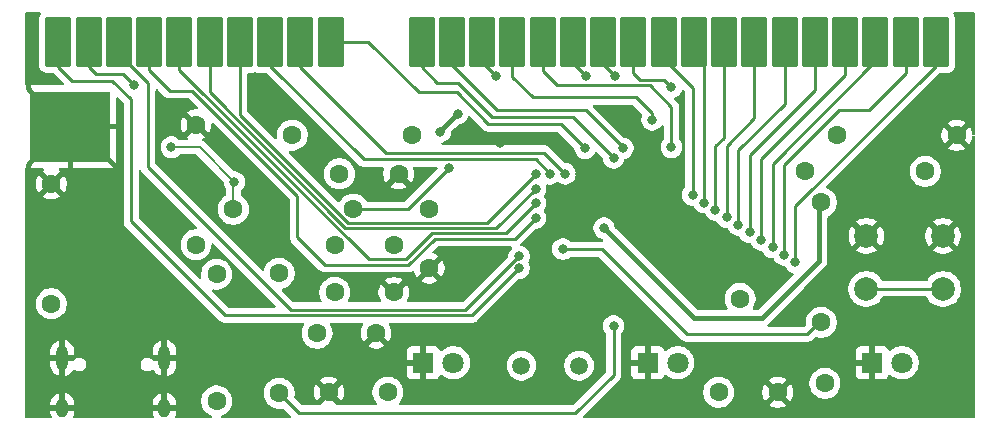
<source format=gbr>
%TF.GenerationSoftware,KiCad,Pcbnew,9.0.2*%
%TF.CreationDate,2025-06-17T12:36:06-07:00*%
%TF.ProjectId,controller,636f6e74-726f-46c6-9c65-722e6b696361,rev?*%
%TF.SameCoordinates,Original*%
%TF.FileFunction,Copper,L2,Bot*%
%TF.FilePolarity,Positive*%
%FSLAX46Y46*%
G04 Gerber Fmt 4.6, Leading zero omitted, Abs format (unit mm)*
G04 Created by KiCad (PCBNEW 9.0.2) date 2025-06-17 12:36:06*
%MOMM*%
%LPD*%
G01*
G04 APERTURE LIST*
G04 Aperture macros list*
%AMRoundRect*
0 Rectangle with rounded corners*
0 $1 Rounding radius*
0 $2 $3 $4 $5 $6 $7 $8 $9 X,Y pos of 4 corners*
0 Add a 4 corners polygon primitive as box body*
4,1,4,$2,$3,$4,$5,$6,$7,$8,$9,$2,$3,0*
0 Add four circle primitives for the rounded corners*
1,1,$1+$1,$2,$3*
1,1,$1+$1,$4,$5*
1,1,$1+$1,$6,$7*
1,1,$1+$1,$8,$9*
0 Add four rect primitives between the rounded corners*
20,1,$1+$1,$2,$3,$4,$5,0*
20,1,$1+$1,$4,$5,$6,$7,0*
20,1,$1+$1,$6,$7,$8,$9,0*
20,1,$1+$1,$8,$9,$2,$3,0*%
G04 Aperture macros list end*
%TA.AperFunction,ComponentPad*%
%ADD10C,1.600000*%
%TD*%
%TA.AperFunction,ComponentPad*%
%ADD11R,6.750000X6.000000*%
%TD*%
%TA.AperFunction,ComponentPad*%
%ADD12C,2.000000*%
%TD*%
%TA.AperFunction,SMDPad,CuDef*%
%ADD13RoundRect,0.109375X-0.984375X-1.990625X0.984375X-1.990625X0.984375X1.990625X-0.984375X1.990625X0*%
%TD*%
%TA.AperFunction,ComponentPad*%
%ADD14R,1.800000X1.800000*%
%TD*%
%TA.AperFunction,ComponentPad*%
%ADD15C,1.800000*%
%TD*%
%TA.AperFunction,ComponentPad*%
%ADD16C,1.500000*%
%TD*%
%TA.AperFunction,ComponentPad*%
%ADD17O,1.000000X2.100000*%
%TD*%
%TA.AperFunction,ComponentPad*%
%ADD18O,1.000000X1.600000*%
%TD*%
%TA.AperFunction,ViaPad*%
%ADD19C,0.800000*%
%TD*%
%TA.AperFunction,Conductor*%
%ADD20C,0.381000*%
%TD*%
%TA.AperFunction,Conductor*%
%ADD21C,0.254000*%
%TD*%
%TA.AperFunction,Conductor*%
%ADD22C,0.200000*%
%TD*%
G04 APERTURE END LIST*
D10*
X126000000Y-97500000D03*
X131000000Y-97500000D03*
X169000000Y-101750000D03*
X161815795Y-94565795D03*
X127000000Y-102500000D03*
X132000000Y-102500000D03*
D11*
X105125000Y-80000000D03*
D10*
X118920000Y-87000000D03*
X129080000Y-87000000D03*
D12*
X172500000Y-89250000D03*
X179000000Y-89250000D03*
X172500000Y-93750000D03*
X179000000Y-93750000D03*
D13*
X134843750Y-72850000D03*
X137406250Y-72850000D03*
X139968750Y-72850000D03*
X142531250Y-72850000D03*
X145093750Y-72850000D03*
X147656250Y-72850000D03*
X150218750Y-72850000D03*
X152781250Y-72850000D03*
X155343750Y-72850000D03*
X157906250Y-72850000D03*
X160468750Y-72850000D03*
X163031250Y-72850000D03*
X165593750Y-72850000D03*
X168156250Y-72850000D03*
X170718750Y-72850000D03*
X173281250Y-72850000D03*
X175843750Y-72850000D03*
X178406250Y-72850000D03*
D10*
X134065000Y-80730000D03*
X123905000Y-80730000D03*
X127900000Y-84000000D03*
X132900000Y-84000000D03*
D14*
X173000000Y-100000000D03*
D15*
X175540000Y-100000000D03*
D10*
X127500000Y-90000000D03*
X132500000Y-90000000D03*
D16*
X148190000Y-100250000D03*
X143310000Y-100250000D03*
D10*
X168700000Y-86420000D03*
X168700000Y-96580000D03*
D14*
X154000000Y-100000000D03*
D15*
X156540000Y-100000000D03*
D10*
X122800000Y-92430000D03*
X122800000Y-102590000D03*
X127500000Y-94050000D03*
X132500000Y-94050000D03*
X177500000Y-83800000D03*
X167340000Y-83800000D03*
D13*
X104093750Y-72850000D03*
X106656250Y-72850000D03*
X109218750Y-72850000D03*
X111781250Y-72850000D03*
X114343750Y-72850000D03*
X116906250Y-72850000D03*
X119468750Y-72850000D03*
X122031250Y-72850000D03*
X124593750Y-72850000D03*
X127156250Y-72850000D03*
D17*
X104430000Y-99620000D03*
D18*
X104430000Y-103800000D03*
D17*
X113070000Y-99620000D03*
D18*
X113070000Y-103800000D03*
D10*
X103500000Y-95000000D03*
X103500000Y-84840000D03*
X115750000Y-90000000D03*
X115750000Y-79840000D03*
D14*
X135000000Y-100000000D03*
D15*
X137540000Y-100000000D03*
D10*
X117500000Y-92500000D03*
X117500000Y-103230000D03*
X170000000Y-80750000D03*
X180160000Y-80750000D03*
X160000000Y-102500000D03*
X165000000Y-102500000D03*
X135500000Y-87000000D03*
X135500000Y-92000000D03*
D19*
X148250000Y-84000000D03*
X115125000Y-97000000D03*
X139750000Y-97795000D03*
X141500000Y-81400000D03*
X113075000Y-88700000D03*
X150300000Y-88600000D03*
X137915000Y-78905000D03*
X136432500Y-80432500D03*
X137200000Y-83499000D03*
X119000000Y-84700000D03*
X113675000Y-81750000D03*
X146800000Y-90375000D03*
X161666667Y-88333333D03*
X164566667Y-90233333D03*
X144500000Y-87750000D03*
X163600000Y-89600000D03*
X143100000Y-92000000D03*
X110500000Y-76500000D03*
X144500000Y-86500000D03*
X145750000Y-84000000D03*
X156000000Y-81750000D03*
X159733333Y-87066667D03*
X157800000Y-85800000D03*
X154362500Y-79437500D03*
X147000000Y-84000000D03*
X158766667Y-86433333D03*
X143100000Y-91000000D03*
X151262500Y-75725000D03*
X160700000Y-87700000D03*
X141162500Y-75725000D03*
X151900000Y-81837500D03*
X148700000Y-81837500D03*
X148737500Y-75725000D03*
X166500000Y-91500000D03*
X165533333Y-90866667D03*
X151100000Y-82650000D03*
X162633333Y-88966667D03*
X144500000Y-85250000D03*
X144500000Y-84000000D03*
X156000000Y-76680000D03*
X151100000Y-96890000D03*
D20*
X104750000Y-80000000D02*
X101725000Y-83025000D01*
X105125000Y-80000000D02*
X105500000Y-80000000D01*
X101725000Y-83025000D02*
X101491500Y-83258500D01*
X101725000Y-76975000D02*
X101491500Y-76741500D01*
X104750000Y-80000000D02*
X101725000Y-76975000D01*
X101491500Y-83258500D02*
X101491500Y-84425000D01*
X105500000Y-80000000D02*
X108525000Y-83025000D01*
X108525000Y-83025000D02*
X109200000Y-83700000D01*
X105125000Y-80000000D02*
X104750000Y-80000000D01*
X101491500Y-76741500D02*
X101491500Y-76025000D01*
X163700000Y-96200000D02*
X168500000Y-91400000D01*
X168500000Y-91400000D02*
X168500000Y-86420000D01*
X157900000Y-96200000D02*
X163700000Y-96200000D01*
X137885000Y-78905000D02*
X137915000Y-78905000D01*
X150300000Y-88600000D02*
X157900000Y-96200000D01*
X136432500Y-80357500D02*
X137885000Y-78905000D01*
X136432500Y-80432500D02*
X136432500Y-80357500D01*
D21*
X133700000Y-87000000D02*
X133700000Y-86999000D01*
X133700000Y-86999000D02*
X137200000Y-83499000D01*
X133700000Y-87000000D02*
X129080000Y-87000000D01*
D22*
X113675000Y-81750000D02*
X116050000Y-81750000D01*
X119000000Y-84700000D02*
X118920000Y-84780000D01*
X116050000Y-81750000D02*
X119000000Y-84700000D01*
X118920000Y-84780000D02*
X118920000Y-87000000D01*
D21*
X168500000Y-96580000D02*
X167500000Y-97580000D01*
X150125000Y-90375000D02*
X146800000Y-90375000D01*
X167500000Y-97580000D02*
X157330000Y-97580000D01*
X179000000Y-93750000D02*
X172500000Y-93750000D01*
X157330000Y-97580000D02*
X150125000Y-90375000D01*
X161666667Y-88333333D02*
X161666667Y-82024542D01*
X165593750Y-78097459D02*
X165593750Y-72850000D01*
X161666667Y-82024542D02*
X165593750Y-78097459D01*
X164566667Y-90233333D02*
X164566667Y-83174333D01*
X164566667Y-83174333D02*
X173281250Y-74459750D01*
X173281250Y-74459750D02*
X173281250Y-72850000D01*
X124330000Y-89359548D02*
X124330000Y-85866000D01*
X135948085Y-89493000D02*
X133736084Y-91705000D01*
X126675452Y-91705000D02*
X124330000Y-89359548D01*
X144500000Y-87750000D02*
X142757000Y-89493000D01*
X142757000Y-89493000D02*
X135948085Y-89493000D01*
X115434000Y-76970000D02*
X113520000Y-76970000D01*
X113520000Y-76970000D02*
X111781250Y-75231250D01*
X133736084Y-91705000D02*
X126675452Y-91705000D01*
X124330000Y-85866000D02*
X115434000Y-76970000D01*
X111781250Y-75231250D02*
X111781250Y-72850000D01*
X170718750Y-75672320D02*
X170718750Y-72850000D01*
X163600000Y-89600000D02*
X163600000Y-82791070D01*
X163600000Y-82791070D02*
X170718750Y-75672320D01*
X110250000Y-88000000D02*
X110250000Y-77703176D01*
X110250000Y-77703176D02*
X108671824Y-76125000D01*
X139126500Y-95973500D02*
X118223500Y-95973500D01*
X104093750Y-74950000D02*
X104093750Y-72850000D01*
X143100000Y-92000000D02*
X139126500Y-95973500D01*
X118223500Y-95973500D02*
X110250000Y-88000000D01*
X105268750Y-76125000D02*
X104093750Y-74950000D01*
X108671824Y-76125000D02*
X105268750Y-76125000D01*
X107252250Y-75546000D02*
X109546000Y-75546000D01*
X109546000Y-75546000D02*
X110500000Y-76500000D01*
X106656250Y-72850000D02*
X106656250Y-74950000D01*
X106656250Y-74950000D02*
X107252250Y-75546000D01*
X130387589Y-91250000D02*
X114343750Y-75206161D01*
X133547617Y-91250000D02*
X130387589Y-91250000D01*
X141962000Y-89038000D02*
X135759617Y-89038000D01*
X135759617Y-89038000D02*
X133547617Y-91250000D01*
X144500000Y-86500000D02*
X141962000Y-89038000D01*
X114343750Y-75206161D02*
X114343750Y-72850000D01*
X122031250Y-74865251D02*
X122031250Y-72850000D01*
X144521000Y-82771000D02*
X129936999Y-82771000D01*
X145750000Y-84000000D02*
X144521000Y-82771000D01*
X129936999Y-82771000D02*
X122031250Y-74865251D01*
X154150000Y-76500000D02*
X146333000Y-76500000D01*
X156000000Y-81750000D02*
X156000000Y-78350000D01*
X156000000Y-78350000D02*
X154150000Y-76500000D01*
X146333000Y-76500000D02*
X145093750Y-75260750D01*
X145093750Y-75260750D02*
X145093750Y-72850000D01*
X159733333Y-87066667D02*
X159733333Y-81672667D01*
X160468750Y-80937250D02*
X160468750Y-72850000D01*
X159733333Y-81672667D02*
X160468750Y-80937250D01*
X155343750Y-74283750D02*
X155343750Y-72850000D01*
X157800000Y-76740000D02*
X155343750Y-74283750D01*
X157800000Y-85800000D02*
X157800000Y-76740000D01*
X153000000Y-77500000D02*
X144259000Y-77500000D01*
X154362500Y-78862500D02*
X153000000Y-77500000D01*
X144259000Y-77500000D02*
X142531250Y-75772250D01*
X142531250Y-75772250D02*
X142531250Y-72850000D01*
X154362500Y-79437500D02*
X154362500Y-78862500D01*
X131808000Y-82200000D02*
X124593750Y-74985750D01*
X147000000Y-84000000D02*
X145200000Y-82200000D01*
X124593750Y-74985750D02*
X124593750Y-72850000D01*
X145200000Y-82200000D02*
X131808000Y-82200000D01*
X158766667Y-73226667D02*
X158766667Y-86433333D01*
X158165000Y-72625000D02*
X158766667Y-73226667D01*
X143070452Y-91000000D02*
X138551952Y-95518500D01*
X138551952Y-95518500D02*
X123768500Y-95518500D01*
X123768500Y-95518500D02*
X111673646Y-83423646D01*
X143100000Y-91000000D02*
X143070452Y-91000000D01*
X111673646Y-76338970D02*
X109218750Y-73884074D01*
X111673646Y-83423646D02*
X111673646Y-76338970D01*
X109218750Y-73884074D02*
X109218750Y-72850000D01*
X150218750Y-74681250D02*
X150218750Y-72850000D01*
X151262500Y-75725000D02*
X150218750Y-74681250D01*
X160700000Y-81641278D02*
X163031250Y-79310028D01*
X163031250Y-79310028D02*
X163031250Y-72850000D01*
X160700000Y-87700000D02*
X160700000Y-81641278D01*
X141162500Y-75725000D02*
X139968750Y-74531250D01*
X139968750Y-74531250D02*
X139968750Y-72850000D01*
X148729167Y-78596111D02*
X141221630Y-78596111D01*
X141221630Y-78596111D02*
X137406250Y-74780731D01*
X137406250Y-74780731D02*
X137406250Y-72850000D01*
X151900000Y-81766944D02*
X148729167Y-78596111D01*
X151900000Y-81837500D02*
X151900000Y-81766944D01*
X137406250Y-74731250D02*
X137406250Y-72850000D01*
X130350000Y-72850000D02*
X127156250Y-72850000D01*
X148700000Y-81837500D02*
X146650833Y-79788333D01*
X140515455Y-79788333D02*
X137827122Y-77100000D01*
X134600000Y-77100000D02*
X130350000Y-72850000D01*
X137827122Y-77100000D02*
X134600000Y-77100000D01*
X146650833Y-79788333D02*
X140515455Y-79788333D01*
X147656250Y-74643750D02*
X147656250Y-72850000D01*
X148737500Y-75725000D02*
X147656250Y-74643750D01*
X166500000Y-86750000D02*
X178406250Y-74843750D01*
X166500000Y-86750000D02*
X166500000Y-91500000D01*
X178406250Y-74843750D02*
X178406250Y-72850000D01*
X175843750Y-75456250D02*
X175843750Y-72850000D01*
X165533333Y-83215265D02*
X170183252Y-78565346D01*
X165533333Y-90866667D02*
X165533333Y-83215265D01*
X172734654Y-78565346D02*
X175843750Y-75456250D01*
X170183252Y-78565346D02*
X172734654Y-78565346D01*
X151100000Y-82650000D02*
X147642222Y-79192222D01*
X140853222Y-79192222D02*
X137961000Y-76300000D01*
X134843750Y-74950000D02*
X134843750Y-72850000D01*
X147642222Y-79192222D02*
X140853222Y-79192222D01*
X137961000Y-76300000D02*
X136193750Y-76300000D01*
X136193750Y-76300000D02*
X134843750Y-74950000D01*
X168156250Y-76884889D02*
X168156250Y-72850000D01*
X162633333Y-88966667D02*
X162633333Y-82407806D01*
X162633333Y-82407806D02*
X168156250Y-76884889D01*
X144500000Y-85250000D02*
X141167000Y-88583000D01*
X128394178Y-88583000D02*
X116906250Y-77095072D01*
X116906250Y-77095072D02*
X116906250Y-72850000D01*
X141167000Y-88583000D02*
X128394178Y-88583000D01*
X140372000Y-88128000D02*
X128612767Y-88128000D01*
X119468750Y-78983983D02*
X119468750Y-72850000D01*
X144500000Y-84000000D02*
X140372000Y-88128000D01*
X128612767Y-88128000D02*
X119468750Y-78983983D01*
X152781250Y-75481250D02*
X152781250Y-72850000D01*
X153345000Y-76045000D02*
X152781250Y-75481250D01*
X156000000Y-76680000D02*
X155365000Y-76045000D01*
X155365000Y-76045000D02*
X153345000Y-76045000D01*
X122800000Y-102590000D02*
X124460000Y-104250000D01*
X124460000Y-104250000D02*
X147876000Y-104250000D01*
X151100000Y-101026000D02*
X151100000Y-96890000D01*
X147876000Y-104250000D02*
X151100000Y-101026000D01*
%TA.AperFunction,Conductor*%
G36*
X181642539Y-70320185D02*
G01*
X181688294Y-70372989D01*
X181699500Y-70424500D01*
X181699500Y-80584259D01*
X181679815Y-80651298D01*
X181627011Y-80697053D01*
X181557853Y-80706997D01*
X181494297Y-80677972D01*
X181456523Y-80619194D01*
X181453027Y-80603657D01*
X181427990Y-80445582D01*
X181364755Y-80250968D01*
X181271859Y-80068650D01*
X181239474Y-80024077D01*
X181239474Y-80024076D01*
X180560000Y-80703551D01*
X180560000Y-80697339D01*
X180532741Y-80595606D01*
X180480080Y-80504394D01*
X180405606Y-80429920D01*
X180314394Y-80377259D01*
X180212661Y-80350000D01*
X180206446Y-80350000D01*
X180885922Y-79670524D01*
X180885921Y-79670523D01*
X180841359Y-79638147D01*
X180841350Y-79638141D01*
X180659031Y-79545244D01*
X180464417Y-79482009D01*
X180262317Y-79450000D01*
X180057683Y-79450000D01*
X179855582Y-79482009D01*
X179660968Y-79545244D01*
X179478644Y-79638143D01*
X179434077Y-79670523D01*
X179434077Y-79670524D01*
X180113554Y-80350000D01*
X180107339Y-80350000D01*
X180005606Y-80377259D01*
X179914394Y-80429920D01*
X179839920Y-80504394D01*
X179787259Y-80595606D01*
X179760000Y-80697339D01*
X179760000Y-80703553D01*
X179080524Y-80024077D01*
X179080523Y-80024077D01*
X179048143Y-80068644D01*
X178955244Y-80250968D01*
X178892009Y-80445582D01*
X178860000Y-80647682D01*
X178860000Y-80852317D01*
X178892009Y-81054417D01*
X178955244Y-81249031D01*
X179048141Y-81431350D01*
X179048147Y-81431359D01*
X179080523Y-81475921D01*
X179080524Y-81475922D01*
X179760000Y-80796446D01*
X179760000Y-80802661D01*
X179787259Y-80904394D01*
X179839920Y-80995606D01*
X179914394Y-81070080D01*
X180005606Y-81122741D01*
X180107339Y-81150000D01*
X180113553Y-81150000D01*
X179434076Y-81829474D01*
X179478650Y-81861859D01*
X179660968Y-81954755D01*
X179855582Y-82017990D01*
X180057683Y-82050000D01*
X180262317Y-82050000D01*
X180464417Y-82017990D01*
X180659031Y-81954755D01*
X180841349Y-81861859D01*
X180885921Y-81829474D01*
X180206447Y-81150000D01*
X180212661Y-81150000D01*
X180314394Y-81122741D01*
X180405606Y-81070080D01*
X180480080Y-80995606D01*
X180532741Y-80904394D01*
X180560000Y-80802661D01*
X180560000Y-80796447D01*
X181239474Y-81475921D01*
X181271859Y-81431349D01*
X181364755Y-81249031D01*
X181427990Y-81054417D01*
X181453027Y-80896342D01*
X181482956Y-80833207D01*
X181542268Y-80796276D01*
X181612130Y-80797274D01*
X181670363Y-80835884D01*
X181698477Y-80899848D01*
X181699500Y-80915740D01*
X181699500Y-104575500D01*
X181679815Y-104642539D01*
X181627011Y-104688294D01*
X181575500Y-104699500D01*
X148624595Y-104699500D01*
X148557556Y-104679815D01*
X148511801Y-104627011D01*
X148501857Y-104557853D01*
X148530882Y-104494297D01*
X148536914Y-104487819D01*
X150627715Y-102397019D01*
X158691500Y-102397019D01*
X158691500Y-102602980D01*
X158723719Y-102806408D01*
X158787367Y-103002294D01*
X158850919Y-103127019D01*
X158878602Y-103181350D01*
X158880873Y-103185806D01*
X159001926Y-103352423D01*
X159001930Y-103352428D01*
X159147571Y-103498069D01*
X159147576Y-103498073D01*
X159259616Y-103579474D01*
X159314197Y-103619129D01*
X159431128Y-103678709D01*
X159497705Y-103712632D01*
X159497707Y-103712632D01*
X159497710Y-103712634D01*
X159602707Y-103746749D01*
X159693591Y-103776280D01*
X159795305Y-103792390D01*
X159897019Y-103808500D01*
X159897020Y-103808500D01*
X160102980Y-103808500D01*
X160102981Y-103808500D01*
X160306408Y-103776280D01*
X160502290Y-103712634D01*
X160685803Y-103619129D01*
X160852430Y-103498068D01*
X160998068Y-103352430D01*
X161119129Y-103185803D01*
X161212634Y-103002290D01*
X161276280Y-102806408D01*
X161308500Y-102602981D01*
X161308500Y-102397682D01*
X163700000Y-102397682D01*
X163700000Y-102602317D01*
X163732009Y-102804417D01*
X163795244Y-102999031D01*
X163888141Y-103181350D01*
X163888147Y-103181359D01*
X163920523Y-103225921D01*
X163920524Y-103225922D01*
X164600000Y-102546446D01*
X164600000Y-102552661D01*
X164627259Y-102654394D01*
X164679920Y-102745606D01*
X164754394Y-102820080D01*
X164845606Y-102872741D01*
X164947339Y-102900000D01*
X164953553Y-102900000D01*
X164274076Y-103579474D01*
X164318650Y-103611859D01*
X164500968Y-103704755D01*
X164695582Y-103767990D01*
X164897683Y-103800000D01*
X165102317Y-103800000D01*
X165304417Y-103767990D01*
X165499031Y-103704755D01*
X165681349Y-103611859D01*
X165725921Y-103579474D01*
X165046447Y-102900000D01*
X165052661Y-102900000D01*
X165154394Y-102872741D01*
X165245606Y-102820080D01*
X165320080Y-102745606D01*
X165372741Y-102654394D01*
X165400000Y-102552661D01*
X165400000Y-102546447D01*
X166079474Y-103225921D01*
X166111859Y-103181349D01*
X166204755Y-102999031D01*
X166267990Y-102804417D01*
X166300000Y-102602317D01*
X166300000Y-102397682D01*
X166267990Y-102195582D01*
X166204755Y-102000968D01*
X166111859Y-101818650D01*
X166079474Y-101774077D01*
X166079474Y-101774076D01*
X165400000Y-102453551D01*
X165400000Y-102447339D01*
X165372741Y-102345606D01*
X165320080Y-102254394D01*
X165245606Y-102179920D01*
X165154394Y-102127259D01*
X165052661Y-102100000D01*
X165046446Y-102100000D01*
X165499428Y-101647019D01*
X167691500Y-101647019D01*
X167691500Y-101852980D01*
X167723719Y-102056408D01*
X167787367Y-102252294D01*
X167813951Y-102304466D01*
X167861109Y-102397019D01*
X167880873Y-102435806D01*
X168001926Y-102602423D01*
X168001930Y-102602428D01*
X168147571Y-102748069D01*
X168147576Y-102748073D01*
X168292758Y-102853553D01*
X168314197Y-102869129D01*
X168421084Y-102923591D01*
X168497705Y-102962632D01*
X168497707Y-102962632D01*
X168497710Y-102962634D01*
X168602707Y-102996749D01*
X168693591Y-103026280D01*
X168795305Y-103042390D01*
X168897019Y-103058500D01*
X168897020Y-103058500D01*
X169102980Y-103058500D01*
X169102981Y-103058500D01*
X169306408Y-103026280D01*
X169502290Y-102962634D01*
X169685803Y-102869129D01*
X169852430Y-102748068D01*
X169998068Y-102602430D01*
X170119129Y-102435803D01*
X170212634Y-102252290D01*
X170276280Y-102056408D01*
X170308500Y-101852981D01*
X170308500Y-101647019D01*
X170299774Y-101591926D01*
X170276280Y-101443591D01*
X170238191Y-101326366D01*
X170212634Y-101247710D01*
X170212632Y-101247707D01*
X170212632Y-101247705D01*
X170158819Y-101142093D01*
X170119129Y-101064197D01*
X170077849Y-101007379D01*
X169998073Y-100897576D01*
X169998069Y-100897571D01*
X169852428Y-100751930D01*
X169852423Y-100751926D01*
X169685806Y-100630873D01*
X169685805Y-100630872D01*
X169685803Y-100630871D01*
X169616541Y-100595580D01*
X169502294Y-100537367D01*
X169306408Y-100473719D01*
X169130794Y-100445905D01*
X169102981Y-100441500D01*
X168897019Y-100441500D01*
X168872550Y-100445375D01*
X168693591Y-100473719D01*
X168497705Y-100537367D01*
X168314193Y-100630873D01*
X168147576Y-100751926D01*
X168147571Y-100751930D01*
X168001930Y-100897571D01*
X168001926Y-100897576D01*
X167880873Y-101064193D01*
X167787367Y-101247705D01*
X167723719Y-101443591D01*
X167691500Y-101647019D01*
X165499428Y-101647019D01*
X165591981Y-101554466D01*
X165725922Y-101420524D01*
X165725921Y-101420523D01*
X165681359Y-101388147D01*
X165681350Y-101388141D01*
X165499031Y-101295244D01*
X165304417Y-101232009D01*
X165102317Y-101200000D01*
X164897683Y-101200000D01*
X164695582Y-101232009D01*
X164500968Y-101295244D01*
X164318644Y-101388143D01*
X164274077Y-101420523D01*
X164274077Y-101420524D01*
X164953554Y-102100000D01*
X164947339Y-102100000D01*
X164845606Y-102127259D01*
X164754394Y-102179920D01*
X164679920Y-102254394D01*
X164627259Y-102345606D01*
X164600000Y-102447339D01*
X164600000Y-102453553D01*
X163920524Y-101774077D01*
X163920523Y-101774077D01*
X163888143Y-101818644D01*
X163795244Y-102000968D01*
X163732009Y-102195582D01*
X163700000Y-102397682D01*
X161308500Y-102397682D01*
X161308500Y-102397019D01*
X161276280Y-102193591D01*
X161219021Y-102017367D01*
X161212634Y-101997710D01*
X161212632Y-101997707D01*
X161212632Y-101997705D01*
X161173803Y-101921500D01*
X161119129Y-101814197D01*
X161063457Y-101737570D01*
X160998073Y-101647576D01*
X160998069Y-101647571D01*
X160852428Y-101501930D01*
X160852423Y-101501926D01*
X160685806Y-101380873D01*
X160685805Y-101380872D01*
X160685803Y-101380871D01*
X160612172Y-101343354D01*
X160502294Y-101287367D01*
X160306408Y-101223719D01*
X160130794Y-101195905D01*
X160102981Y-101191500D01*
X159897019Y-101191500D01*
X159872550Y-101195375D01*
X159693591Y-101223719D01*
X159497705Y-101287367D01*
X159314193Y-101380873D01*
X159147576Y-101501926D01*
X159147571Y-101501930D01*
X159001930Y-101647571D01*
X159001926Y-101647576D01*
X158880873Y-101814193D01*
X158787367Y-101997705D01*
X158723719Y-102193591D01*
X158691500Y-102397019D01*
X150627715Y-102397019D01*
X150720268Y-102304466D01*
X151593622Y-101431111D01*
X151593625Y-101431108D01*
X151614411Y-101400000D01*
X151631905Y-101373819D01*
X151631905Y-101373818D01*
X151663173Y-101327022D01*
X151711078Y-101211369D01*
X151719135Y-101170865D01*
X151735501Y-101088591D01*
X151735501Y-100963409D01*
X151735500Y-100963403D01*
X151735500Y-99052155D01*
X152600000Y-99052155D01*
X152600000Y-99750000D01*
X153624722Y-99750000D01*
X153580667Y-99826306D01*
X153550000Y-99940756D01*
X153550000Y-100059244D01*
X153580667Y-100173694D01*
X153624722Y-100250000D01*
X152600000Y-100250000D01*
X152600000Y-100947844D01*
X152606401Y-101007372D01*
X152606403Y-101007379D01*
X152656645Y-101142086D01*
X152656649Y-101142093D01*
X152742809Y-101257187D01*
X152742812Y-101257190D01*
X152857906Y-101343350D01*
X152857913Y-101343354D01*
X152992620Y-101393596D01*
X152992627Y-101393598D01*
X153052155Y-101399999D01*
X153052172Y-101400000D01*
X153750000Y-101400000D01*
X153750000Y-100375277D01*
X153826306Y-100419333D01*
X153940756Y-100450000D01*
X154059244Y-100450000D01*
X154173694Y-100419333D01*
X154250000Y-100375277D01*
X154250000Y-101400000D01*
X154947828Y-101400000D01*
X154947844Y-101399999D01*
X155007372Y-101393598D01*
X155007379Y-101393596D01*
X155142086Y-101343354D01*
X155142093Y-101343350D01*
X155257187Y-101257190D01*
X155257190Y-101257187D01*
X155343350Y-101142093D01*
X155343354Y-101142086D01*
X155370140Y-101070270D01*
X155412011Y-101014336D01*
X155477475Y-100989919D01*
X155545748Y-101004770D01*
X155574003Y-101025922D01*
X155622424Y-101074343D01*
X155801785Y-101204657D01*
X155886272Y-101247705D01*
X155999319Y-101305306D01*
X155999321Y-101305306D01*
X155999324Y-101305308D01*
X156210176Y-101373818D01*
X156429149Y-101408500D01*
X156429150Y-101408500D01*
X156650850Y-101408500D01*
X156650851Y-101408500D01*
X156869824Y-101373818D01*
X157080676Y-101305308D01*
X157278215Y-101204657D01*
X157457576Y-101074343D01*
X157614343Y-100917576D01*
X157744657Y-100738215D01*
X157845308Y-100540676D01*
X157913818Y-100329824D01*
X157948500Y-100110851D01*
X157948500Y-99889149D01*
X157913818Y-99670176D01*
X157845308Y-99459324D01*
X157845306Y-99459321D01*
X157845306Y-99459319D01*
X157744656Y-99261784D01*
X157680611Y-99173634D01*
X157614343Y-99082424D01*
X157584074Y-99052155D01*
X171600000Y-99052155D01*
X171600000Y-99750000D01*
X172624722Y-99750000D01*
X172580667Y-99826306D01*
X172550000Y-99940756D01*
X172550000Y-100059244D01*
X172580667Y-100173694D01*
X172624722Y-100250000D01*
X171600000Y-100250000D01*
X171600000Y-100947844D01*
X171606401Y-101007372D01*
X171606403Y-101007379D01*
X171656645Y-101142086D01*
X171656649Y-101142093D01*
X171742809Y-101257187D01*
X171742812Y-101257190D01*
X171857906Y-101343350D01*
X171857913Y-101343354D01*
X171992620Y-101393596D01*
X171992627Y-101393598D01*
X172052155Y-101399999D01*
X172052172Y-101400000D01*
X172750000Y-101400000D01*
X172750000Y-100375277D01*
X172826306Y-100419333D01*
X172940756Y-100450000D01*
X173059244Y-100450000D01*
X173173694Y-100419333D01*
X173250000Y-100375277D01*
X173250000Y-101400000D01*
X173947828Y-101400000D01*
X173947844Y-101399999D01*
X174007372Y-101393598D01*
X174007379Y-101393596D01*
X174142086Y-101343354D01*
X174142093Y-101343350D01*
X174257187Y-101257190D01*
X174257190Y-101257187D01*
X174343350Y-101142093D01*
X174343354Y-101142086D01*
X174370140Y-101070270D01*
X174412011Y-101014336D01*
X174477475Y-100989919D01*
X174545748Y-101004770D01*
X174574003Y-101025922D01*
X174622424Y-101074343D01*
X174801785Y-101204657D01*
X174886272Y-101247705D01*
X174999319Y-101305306D01*
X174999321Y-101305306D01*
X174999324Y-101305308D01*
X175210176Y-101373818D01*
X175429149Y-101408500D01*
X175429150Y-101408500D01*
X175650850Y-101408500D01*
X175650851Y-101408500D01*
X175869824Y-101373818D01*
X176080676Y-101305308D01*
X176278215Y-101204657D01*
X176457576Y-101074343D01*
X176614343Y-100917576D01*
X176744657Y-100738215D01*
X176845308Y-100540676D01*
X176913818Y-100329824D01*
X176948500Y-100110851D01*
X176948500Y-99889149D01*
X176913818Y-99670176D01*
X176845308Y-99459324D01*
X176845306Y-99459321D01*
X176845306Y-99459319D01*
X176744656Y-99261784D01*
X176614343Y-99082424D01*
X176457576Y-98925657D01*
X176278215Y-98795343D01*
X176240802Y-98776280D01*
X176080680Y-98694693D01*
X175869824Y-98626182D01*
X175779392Y-98611859D01*
X175650851Y-98591500D01*
X175429149Y-98591500D01*
X175319662Y-98608841D01*
X175210175Y-98626182D01*
X174999319Y-98694693D01*
X174801784Y-98795343D01*
X174715675Y-98857906D01*
X174622424Y-98925657D01*
X174622422Y-98925659D01*
X174622420Y-98925660D01*
X174574002Y-98974078D01*
X174512679Y-99007562D01*
X174442987Y-99002577D01*
X174387054Y-98960705D01*
X174370140Y-98929729D01*
X174343354Y-98857913D01*
X174343350Y-98857906D01*
X174257190Y-98742812D01*
X174257187Y-98742809D01*
X174142093Y-98656649D01*
X174142086Y-98656645D01*
X174007379Y-98606403D01*
X174007372Y-98606401D01*
X173947844Y-98600000D01*
X173250000Y-98600000D01*
X173250000Y-99624722D01*
X173173694Y-99580667D01*
X173059244Y-99550000D01*
X172940756Y-99550000D01*
X172826306Y-99580667D01*
X172750000Y-99624722D01*
X172750000Y-98600000D01*
X172052155Y-98600000D01*
X171992627Y-98606401D01*
X171992620Y-98606403D01*
X171857913Y-98656645D01*
X171857906Y-98656649D01*
X171742812Y-98742809D01*
X171742809Y-98742812D01*
X171656649Y-98857906D01*
X171656645Y-98857913D01*
X171606403Y-98992620D01*
X171606401Y-98992627D01*
X171600000Y-99052155D01*
X157584074Y-99052155D01*
X157457576Y-98925657D01*
X157278215Y-98795343D01*
X157240802Y-98776280D01*
X157080680Y-98694693D01*
X156869824Y-98626182D01*
X156779392Y-98611859D01*
X156650851Y-98591500D01*
X156429149Y-98591500D01*
X156319662Y-98608841D01*
X156210175Y-98626182D01*
X155999319Y-98694693D01*
X155801784Y-98795343D01*
X155715675Y-98857906D01*
X155622424Y-98925657D01*
X155622422Y-98925659D01*
X155622420Y-98925660D01*
X155574002Y-98974078D01*
X155512679Y-99007562D01*
X155442987Y-99002577D01*
X155387054Y-98960705D01*
X155370140Y-98929729D01*
X155343354Y-98857913D01*
X155343350Y-98857906D01*
X155257190Y-98742812D01*
X155257187Y-98742809D01*
X155142093Y-98656649D01*
X155142086Y-98656645D01*
X155007379Y-98606403D01*
X155007372Y-98606401D01*
X154947844Y-98600000D01*
X154250000Y-98600000D01*
X154250000Y-99624722D01*
X154173694Y-99580667D01*
X154059244Y-99550000D01*
X153940756Y-99550000D01*
X153826306Y-99580667D01*
X153750000Y-99624722D01*
X153750000Y-98600000D01*
X153052155Y-98600000D01*
X152992627Y-98606401D01*
X152992620Y-98606403D01*
X152857913Y-98656645D01*
X152857906Y-98656649D01*
X152742812Y-98742809D01*
X152742809Y-98742812D01*
X152656649Y-98857906D01*
X152656645Y-98857913D01*
X152606403Y-98992620D01*
X152606401Y-98992627D01*
X152600000Y-99052155D01*
X151735500Y-99052155D01*
X151735500Y-97590675D01*
X151755185Y-97523636D01*
X151771820Y-97502993D01*
X151805675Y-97469138D01*
X151805678Y-97469135D01*
X151905102Y-97320336D01*
X151973587Y-97155000D01*
X152008500Y-96979479D01*
X152008500Y-96800521D01*
X151973587Y-96625000D01*
X151905102Y-96459664D01*
X151905100Y-96459661D01*
X151905098Y-96459657D01*
X151805678Y-96310865D01*
X151805675Y-96310861D01*
X151679138Y-96184324D01*
X151679134Y-96184321D01*
X151530342Y-96084901D01*
X151530332Y-96084896D01*
X151365000Y-96016413D01*
X151364992Y-96016411D01*
X151189483Y-95981500D01*
X151189479Y-95981500D01*
X151010521Y-95981500D01*
X151010516Y-95981500D01*
X150835007Y-96016411D01*
X150834999Y-96016413D01*
X150669667Y-96084896D01*
X150669657Y-96084901D01*
X150520865Y-96184321D01*
X150520861Y-96184324D01*
X150394324Y-96310861D01*
X150394321Y-96310865D01*
X150294901Y-96459657D01*
X150294896Y-96459667D01*
X150226413Y-96624999D01*
X150226411Y-96625007D01*
X150191500Y-96800516D01*
X150191500Y-96979483D01*
X150226411Y-97154992D01*
X150226413Y-97155000D01*
X150294896Y-97320332D01*
X150294901Y-97320342D01*
X150394321Y-97469134D01*
X150394324Y-97469138D01*
X150428180Y-97502993D01*
X150461666Y-97564315D01*
X150464500Y-97590675D01*
X150464500Y-100711405D01*
X150444815Y-100778444D01*
X150428181Y-100799086D01*
X147649086Y-103578181D01*
X147587763Y-103611666D01*
X147561405Y-103614500D01*
X133035360Y-103614500D01*
X132968321Y-103594815D01*
X132922566Y-103542011D01*
X132912622Y-103472853D01*
X132941647Y-103409297D01*
X132947679Y-103402819D01*
X132966294Y-103384204D01*
X132998068Y-103352430D01*
X133119129Y-103185803D01*
X133212634Y-103002290D01*
X133276280Y-102806408D01*
X133308500Y-102602981D01*
X133308500Y-102397019D01*
X133276280Y-102193591D01*
X133219021Y-102017367D01*
X133212634Y-101997710D01*
X133212632Y-101997707D01*
X133212632Y-101997705D01*
X133173803Y-101921500D01*
X133119129Y-101814197D01*
X133063457Y-101737570D01*
X132998073Y-101647576D01*
X132998069Y-101647571D01*
X132852428Y-101501930D01*
X132852423Y-101501926D01*
X132685806Y-101380873D01*
X132685805Y-101380872D01*
X132685803Y-101380871D01*
X132612172Y-101343354D01*
X132502294Y-101287367D01*
X132306408Y-101223719D01*
X132130794Y-101195905D01*
X132102981Y-101191500D01*
X131897019Y-101191500D01*
X131872550Y-101195375D01*
X131693591Y-101223719D01*
X131497705Y-101287367D01*
X131314193Y-101380873D01*
X131147576Y-101501926D01*
X131147571Y-101501930D01*
X131001930Y-101647571D01*
X131001926Y-101647576D01*
X130880873Y-101814193D01*
X130787367Y-101997705D01*
X130723719Y-102193591D01*
X130691500Y-102397019D01*
X130691500Y-102602980D01*
X130723719Y-102806408D01*
X130787367Y-103002294D01*
X130850919Y-103127019D01*
X130878602Y-103181350D01*
X130880873Y-103185806D01*
X131001926Y-103352423D01*
X131001930Y-103352428D01*
X131052321Y-103402819D01*
X131085806Y-103464142D01*
X131080822Y-103533834D01*
X131038950Y-103589767D01*
X130973486Y-103614184D01*
X130964640Y-103614500D01*
X127812310Y-103614500D01*
X127745271Y-103594815D01*
X127724629Y-103578181D01*
X127046447Y-102900000D01*
X127052661Y-102900000D01*
X127154394Y-102872741D01*
X127245606Y-102820080D01*
X127320080Y-102745606D01*
X127372741Y-102654394D01*
X127400000Y-102552661D01*
X127400000Y-102546448D01*
X128079474Y-103225922D01*
X128079474Y-103225921D01*
X128111859Y-103181349D01*
X128204755Y-102999031D01*
X128267990Y-102804417D01*
X128300000Y-102602317D01*
X128300000Y-102397682D01*
X128267990Y-102195582D01*
X128204755Y-102000968D01*
X128111859Y-101818650D01*
X128079474Y-101774077D01*
X128079474Y-101774076D01*
X127400000Y-102453551D01*
X127400000Y-102447339D01*
X127372741Y-102345606D01*
X127320080Y-102254394D01*
X127245606Y-102179920D01*
X127154394Y-102127259D01*
X127052661Y-102100000D01*
X127046446Y-102100000D01*
X127725922Y-101420524D01*
X127725921Y-101420523D01*
X127681359Y-101388147D01*
X127681350Y-101388141D01*
X127499031Y-101295244D01*
X127304417Y-101232009D01*
X127102317Y-101200000D01*
X126897683Y-101200000D01*
X126695582Y-101232009D01*
X126500968Y-101295244D01*
X126318644Y-101388143D01*
X126274077Y-101420523D01*
X126274077Y-101420524D01*
X126953554Y-102100000D01*
X126947339Y-102100000D01*
X126845606Y-102127259D01*
X126754394Y-102179920D01*
X126679920Y-102254394D01*
X126627259Y-102345606D01*
X126600000Y-102447339D01*
X126600000Y-102453553D01*
X125920524Y-101774077D01*
X125920523Y-101774077D01*
X125888143Y-101818644D01*
X125795244Y-102000968D01*
X125732009Y-102195582D01*
X125700000Y-102397682D01*
X125700000Y-102602317D01*
X125732009Y-102804417D01*
X125795244Y-102999031D01*
X125888141Y-103181350D01*
X125888147Y-103181359D01*
X125920523Y-103225921D01*
X125920524Y-103225922D01*
X126600000Y-102546446D01*
X126600000Y-102552661D01*
X126627259Y-102654394D01*
X126679920Y-102745606D01*
X126754394Y-102820080D01*
X126845606Y-102872741D01*
X126947339Y-102900000D01*
X126953553Y-102900000D01*
X126275370Y-103578181D01*
X126214047Y-103611666D01*
X126187689Y-103614500D01*
X124774594Y-103614500D01*
X124707555Y-103594815D01*
X124686913Y-103578181D01*
X124111229Y-103002497D01*
X124077744Y-102941174D01*
X124076437Y-102895418D01*
X124108500Y-102692980D01*
X124108500Y-102487019D01*
X124096652Y-102412214D01*
X124076280Y-102283591D01*
X124042595Y-102179920D01*
X124012634Y-102087710D01*
X124012632Y-102087707D01*
X124012632Y-102087705D01*
X123976792Y-102017366D01*
X123919129Y-101904197D01*
X123856976Y-101818650D01*
X123798073Y-101737576D01*
X123798069Y-101737571D01*
X123652428Y-101591930D01*
X123619630Y-101568101D01*
X123619628Y-101568099D01*
X123485806Y-101470873D01*
X123485805Y-101470872D01*
X123485803Y-101470871D01*
X123407764Y-101431108D01*
X123302294Y-101377367D01*
X123106408Y-101313719D01*
X122930794Y-101285905D01*
X122902981Y-101281500D01*
X122697019Y-101281500D01*
X122672550Y-101285375D01*
X122493591Y-101313719D01*
X122297705Y-101377367D01*
X122114193Y-101470873D01*
X121947576Y-101591926D01*
X121947571Y-101591930D01*
X121801930Y-101737571D01*
X121801926Y-101737576D01*
X121680873Y-101904193D01*
X121587367Y-102087705D01*
X121523719Y-102283591D01*
X121491500Y-102487019D01*
X121491500Y-102692980D01*
X121523719Y-102896408D01*
X121587367Y-103092294D01*
X121651671Y-103218496D01*
X121672788Y-103259940D01*
X121680873Y-103275806D01*
X121801926Y-103442423D01*
X121801930Y-103442428D01*
X121947571Y-103588069D01*
X121947576Y-103588073D01*
X122092908Y-103693661D01*
X122114197Y-103709129D01*
X122229718Y-103767990D01*
X122297705Y-103802632D01*
X122297707Y-103802632D01*
X122297710Y-103802634D01*
X122402707Y-103836749D01*
X122493591Y-103866280D01*
X122551122Y-103875392D01*
X122697019Y-103898500D01*
X122697020Y-103898500D01*
X122902980Y-103898500D01*
X122902981Y-103898500D01*
X123048878Y-103875392D01*
X123105418Y-103866437D01*
X123174712Y-103875392D01*
X123212497Y-103901229D01*
X123799087Y-104487819D01*
X123832572Y-104549142D01*
X123827588Y-104618834D01*
X123785716Y-104674767D01*
X123720252Y-104699184D01*
X123711406Y-104699500D01*
X117994643Y-104699500D01*
X117927604Y-104679815D01*
X117881849Y-104627011D01*
X117871905Y-104557853D01*
X117900930Y-104494297D01*
X117956323Y-104457569D01*
X118002290Y-104442634D01*
X118185803Y-104349129D01*
X118352430Y-104228068D01*
X118498068Y-104082430D01*
X118619129Y-103915803D01*
X118712634Y-103732290D01*
X118776280Y-103536408D01*
X118808500Y-103332981D01*
X118808500Y-103127019D01*
X118792544Y-103026280D01*
X118776280Y-102923591D01*
X118742647Y-102820080D01*
X118712634Y-102727710D01*
X118712632Y-102727707D01*
X118712632Y-102727705D01*
X118675277Y-102654394D01*
X118619129Y-102544197D01*
X118587018Y-102500000D01*
X118498073Y-102377576D01*
X118498069Y-102377571D01*
X118352428Y-102231930D01*
X118352423Y-102231926D01*
X118185806Y-102110873D01*
X118185805Y-102110872D01*
X118185803Y-102110871D01*
X118128496Y-102081671D01*
X118002294Y-102017367D01*
X117806408Y-101953719D01*
X117630794Y-101925905D01*
X117602981Y-101921500D01*
X117397019Y-101921500D01*
X117372550Y-101925375D01*
X117193591Y-101953719D01*
X116997705Y-102017367D01*
X116814193Y-102110873D01*
X116647576Y-102231926D01*
X116647571Y-102231930D01*
X116501930Y-102377571D01*
X116501926Y-102377576D01*
X116380873Y-102544193D01*
X116287367Y-102727705D01*
X116223719Y-102923591D01*
X116191500Y-103127019D01*
X116191500Y-103332980D01*
X116223719Y-103536408D01*
X116287367Y-103732294D01*
X116321866Y-103800000D01*
X116360280Y-103875392D01*
X116380873Y-103915806D01*
X116501926Y-104082423D01*
X116501930Y-104082428D01*
X116647571Y-104228069D01*
X116647576Y-104228073D01*
X116724836Y-104284205D01*
X116814197Y-104349129D01*
X116931128Y-104408709D01*
X116997705Y-104442632D01*
X116997707Y-104442632D01*
X116997710Y-104442634D01*
X117043676Y-104457569D01*
X117101351Y-104497007D01*
X117128549Y-104561366D01*
X117116634Y-104630212D01*
X117069390Y-104681688D01*
X117005357Y-104699500D01*
X114089651Y-104699500D01*
X114022612Y-104679815D01*
X113976857Y-104627011D01*
X113966913Y-104557853D01*
X113975090Y-104528048D01*
X114031569Y-104391693D01*
X114031572Y-104391681D01*
X114069999Y-104198495D01*
X114070000Y-104198492D01*
X114070000Y-104050000D01*
X113370000Y-104050000D01*
X113370000Y-103550000D01*
X114070000Y-103550000D01*
X114070000Y-103401508D01*
X114069999Y-103401504D01*
X114031572Y-103208318D01*
X114031569Y-103208306D01*
X113956192Y-103026328D01*
X113956185Y-103026315D01*
X113846751Y-102862537D01*
X113846748Y-102862533D01*
X113707466Y-102723251D01*
X113707462Y-102723248D01*
X113543684Y-102613814D01*
X113543671Y-102613807D01*
X113361691Y-102538429D01*
X113361683Y-102538427D01*
X113320000Y-102530135D01*
X113320000Y-103333011D01*
X113310060Y-103315795D01*
X113254205Y-103259940D01*
X113185796Y-103220444D01*
X113109496Y-103200000D01*
X113030504Y-103200000D01*
X112954204Y-103220444D01*
X112885795Y-103259940D01*
X112829940Y-103315795D01*
X112820000Y-103333011D01*
X112820000Y-102530136D01*
X112819999Y-102530135D01*
X112778316Y-102538427D01*
X112778308Y-102538429D01*
X112596328Y-102613807D01*
X112596315Y-102613814D01*
X112432537Y-102723248D01*
X112432533Y-102723251D01*
X112293251Y-102862533D01*
X112293248Y-102862537D01*
X112183814Y-103026315D01*
X112183807Y-103026328D01*
X112108430Y-103208306D01*
X112108427Y-103208318D01*
X112070000Y-103401504D01*
X112070000Y-103550000D01*
X112770000Y-103550000D01*
X112770000Y-104050000D01*
X112070000Y-104050000D01*
X112070000Y-104198495D01*
X112108427Y-104391681D01*
X112108430Y-104391693D01*
X112164910Y-104528048D01*
X112172379Y-104597517D01*
X112141104Y-104659996D01*
X112081015Y-104695648D01*
X112050349Y-104699500D01*
X105449651Y-104699500D01*
X105382612Y-104679815D01*
X105336857Y-104627011D01*
X105326913Y-104557853D01*
X105335090Y-104528048D01*
X105391569Y-104391693D01*
X105391572Y-104391681D01*
X105429999Y-104198495D01*
X105430000Y-104198492D01*
X105430000Y-104050000D01*
X104730000Y-104050000D01*
X104730000Y-103550000D01*
X105430000Y-103550000D01*
X105430000Y-103401508D01*
X105429999Y-103401504D01*
X105391572Y-103208318D01*
X105391569Y-103208306D01*
X105316192Y-103026328D01*
X105316185Y-103026315D01*
X105206751Y-102862537D01*
X105206748Y-102862533D01*
X105067466Y-102723251D01*
X105067462Y-102723248D01*
X104903684Y-102613814D01*
X104903671Y-102613807D01*
X104721691Y-102538429D01*
X104721683Y-102538427D01*
X104680000Y-102530135D01*
X104680000Y-103333011D01*
X104670060Y-103315795D01*
X104614205Y-103259940D01*
X104545796Y-103220444D01*
X104469496Y-103200000D01*
X104390504Y-103200000D01*
X104314204Y-103220444D01*
X104245795Y-103259940D01*
X104189940Y-103315795D01*
X104180000Y-103333011D01*
X104180000Y-102530136D01*
X104179999Y-102530135D01*
X104138316Y-102538427D01*
X104138308Y-102538429D01*
X103956328Y-102613807D01*
X103956315Y-102613814D01*
X103792537Y-102723248D01*
X103792533Y-102723251D01*
X103653251Y-102862533D01*
X103653248Y-102862537D01*
X103543814Y-103026315D01*
X103543807Y-103026328D01*
X103468430Y-103208306D01*
X103468427Y-103208318D01*
X103430000Y-103401504D01*
X103430000Y-103550000D01*
X104130000Y-103550000D01*
X104130000Y-104050000D01*
X103430000Y-104050000D01*
X103430000Y-104198495D01*
X103468427Y-104391681D01*
X103468430Y-104391693D01*
X103524910Y-104528048D01*
X103532379Y-104597517D01*
X103501104Y-104659996D01*
X103441015Y-104695648D01*
X103410349Y-104699500D01*
X101424500Y-104699500D01*
X101357461Y-104679815D01*
X101311706Y-104627011D01*
X101300500Y-104575500D01*
X101300500Y-98971504D01*
X103430000Y-98971504D01*
X103430000Y-99370000D01*
X104130000Y-99370000D01*
X104130000Y-99870000D01*
X103430000Y-99870000D01*
X103430000Y-100268495D01*
X103468427Y-100461681D01*
X103468430Y-100461693D01*
X103543807Y-100643671D01*
X103543814Y-100643684D01*
X103653248Y-100807462D01*
X103653251Y-100807466D01*
X103792533Y-100946748D01*
X103792537Y-100946751D01*
X103956315Y-101056185D01*
X103956328Y-101056192D01*
X104138308Y-101131569D01*
X104180000Y-101139862D01*
X104180000Y-100336988D01*
X104189940Y-100354205D01*
X104245795Y-100410060D01*
X104314204Y-100449556D01*
X104390504Y-100470000D01*
X104469496Y-100470000D01*
X104545796Y-100449556D01*
X104614205Y-100410060D01*
X104670060Y-100354205D01*
X104680000Y-100336988D01*
X104680000Y-101139862D01*
X104721690Y-101131569D01*
X104721692Y-101131569D01*
X104903671Y-101056192D01*
X104903684Y-101056185D01*
X105067462Y-100946751D01*
X105067466Y-100946748D01*
X105206748Y-100807466D01*
X105206751Y-100807462D01*
X105319574Y-100638613D01*
X105321007Y-100639570D01*
X105364198Y-100595580D01*
X105432332Y-100580103D01*
X105498018Y-100603919D01*
X105500089Y-100605697D01*
X105500189Y-100605568D01*
X105506630Y-100610510D01*
X105506635Y-100610515D01*
X105637865Y-100686281D01*
X105784234Y-100725500D01*
X105784236Y-100725500D01*
X105935764Y-100725500D01*
X105935766Y-100725500D01*
X106082135Y-100686281D01*
X106213365Y-100610515D01*
X106320515Y-100503365D01*
X106396281Y-100372135D01*
X106435500Y-100225766D01*
X106435500Y-100074234D01*
X111064500Y-100074234D01*
X111064500Y-100225766D01*
X111075948Y-100268492D01*
X111103719Y-100372136D01*
X111125615Y-100410060D01*
X111179485Y-100503365D01*
X111286635Y-100610515D01*
X111417865Y-100686281D01*
X111564234Y-100725500D01*
X111564236Y-100725500D01*
X111715764Y-100725500D01*
X111715766Y-100725500D01*
X111862135Y-100686281D01*
X111993365Y-100610515D01*
X111993372Y-100610507D01*
X111999811Y-100605568D01*
X112002044Y-100608478D01*
X112048258Y-100582865D01*
X112117980Y-100587411D01*
X112174176Y-100628930D01*
X112180394Y-100638634D01*
X112180426Y-100638613D01*
X112293248Y-100807462D01*
X112293251Y-100807466D01*
X112432533Y-100946748D01*
X112432537Y-100946751D01*
X112596315Y-101056185D01*
X112596328Y-101056192D01*
X112778308Y-101131569D01*
X112820000Y-101139862D01*
X112820000Y-100336988D01*
X112829940Y-100354205D01*
X112885795Y-100410060D01*
X112954204Y-100449556D01*
X113030504Y-100470000D01*
X113109496Y-100470000D01*
X113185796Y-100449556D01*
X113254205Y-100410060D01*
X113310060Y-100354205D01*
X113320000Y-100336988D01*
X113320000Y-101139862D01*
X113361690Y-101131569D01*
X113361692Y-101131569D01*
X113543671Y-101056192D01*
X113543684Y-101056185D01*
X113707462Y-100946751D01*
X113707466Y-100946748D01*
X113846748Y-100807466D01*
X113846751Y-100807462D01*
X113956185Y-100643684D01*
X113956192Y-100643671D01*
X114031569Y-100461693D01*
X114031572Y-100461681D01*
X114069999Y-100268495D01*
X114070000Y-100268492D01*
X114070000Y-99870000D01*
X113370000Y-99870000D01*
X113370000Y-99370000D01*
X114070000Y-99370000D01*
X114070000Y-99052155D01*
X133600000Y-99052155D01*
X133600000Y-99750000D01*
X134624722Y-99750000D01*
X134580667Y-99826306D01*
X134550000Y-99940756D01*
X134550000Y-100059244D01*
X134580667Y-100173694D01*
X134624722Y-100250000D01*
X133600000Y-100250000D01*
X133600000Y-100947844D01*
X133606401Y-101007372D01*
X133606403Y-101007379D01*
X133656645Y-101142086D01*
X133656649Y-101142093D01*
X133742809Y-101257187D01*
X133742812Y-101257190D01*
X133857906Y-101343350D01*
X133857913Y-101343354D01*
X133992620Y-101393596D01*
X133992627Y-101393598D01*
X134052155Y-101399999D01*
X134052172Y-101400000D01*
X134750000Y-101400000D01*
X134750000Y-100375277D01*
X134826306Y-100419333D01*
X134940756Y-100450000D01*
X135059244Y-100450000D01*
X135173694Y-100419333D01*
X135250000Y-100375277D01*
X135250000Y-101400000D01*
X135947828Y-101400000D01*
X135947844Y-101399999D01*
X136007372Y-101393598D01*
X136007379Y-101393596D01*
X136142086Y-101343354D01*
X136142093Y-101343350D01*
X136257187Y-101257190D01*
X136257190Y-101257187D01*
X136343350Y-101142093D01*
X136343354Y-101142086D01*
X136370140Y-101070270D01*
X136412011Y-101014336D01*
X136477475Y-100989919D01*
X136545748Y-101004770D01*
X136574003Y-101025922D01*
X136622424Y-101074343D01*
X136801785Y-101204657D01*
X136886272Y-101247705D01*
X136999319Y-101305306D01*
X136999321Y-101305306D01*
X136999324Y-101305308D01*
X137210176Y-101373818D01*
X137429149Y-101408500D01*
X137429150Y-101408500D01*
X137650850Y-101408500D01*
X137650851Y-101408500D01*
X137869824Y-101373818D01*
X138080676Y-101305308D01*
X138278215Y-101204657D01*
X138457576Y-101074343D01*
X138614343Y-100917576D01*
X138744657Y-100738215D01*
X138845308Y-100540676D01*
X138913818Y-100329824D01*
X138942149Y-100150948D01*
X142051500Y-100150948D01*
X142051500Y-100349051D01*
X142082487Y-100544700D01*
X142143703Y-100733101D01*
X142227505Y-100897570D01*
X142233634Y-100909598D01*
X142350070Y-101069858D01*
X142490142Y-101209930D01*
X142650402Y-101326366D01*
X142683735Y-101343350D01*
X142826898Y-101416296D01*
X142826900Y-101416296D01*
X142826903Y-101416298D01*
X142872493Y-101431111D01*
X143015299Y-101477512D01*
X143210949Y-101508500D01*
X143210954Y-101508500D01*
X143409051Y-101508500D01*
X143604700Y-101477512D01*
X143793097Y-101416298D01*
X143969598Y-101326366D01*
X144129858Y-101209930D01*
X144269930Y-101069858D01*
X144386366Y-100909598D01*
X144476298Y-100733097D01*
X144537512Y-100544700D01*
X144538674Y-100537366D01*
X144568500Y-100349051D01*
X144568500Y-100150948D01*
X146931500Y-100150948D01*
X146931500Y-100349051D01*
X146962487Y-100544700D01*
X147023703Y-100733101D01*
X147107505Y-100897570D01*
X147113634Y-100909598D01*
X147230070Y-101069858D01*
X147370142Y-101209930D01*
X147530402Y-101326366D01*
X147563735Y-101343350D01*
X147706898Y-101416296D01*
X147706900Y-101416296D01*
X147706903Y-101416298D01*
X147752493Y-101431111D01*
X147895299Y-101477512D01*
X148090949Y-101508500D01*
X148090954Y-101508500D01*
X148289051Y-101508500D01*
X148484700Y-101477512D01*
X148673097Y-101416298D01*
X148849598Y-101326366D01*
X149009858Y-101209930D01*
X149149930Y-101069858D01*
X149266366Y-100909598D01*
X149356298Y-100733097D01*
X149417512Y-100544700D01*
X149418674Y-100537366D01*
X149448500Y-100349051D01*
X149448500Y-100150948D01*
X149417512Y-99955299D01*
X149369651Y-99808000D01*
X149356298Y-99766903D01*
X149356296Y-99766900D01*
X149356296Y-99766898D01*
X149307012Y-99670175D01*
X149266366Y-99590402D01*
X149149930Y-99430142D01*
X149009858Y-99290070D01*
X148849598Y-99173634D01*
X148673101Y-99083703D01*
X148484700Y-99022487D01*
X148289051Y-98991500D01*
X148289046Y-98991500D01*
X148090954Y-98991500D01*
X148090949Y-98991500D01*
X147895299Y-99022487D01*
X147706898Y-99083703D01*
X147530401Y-99173634D01*
X147438967Y-99240065D01*
X147370142Y-99290070D01*
X147370140Y-99290072D01*
X147370139Y-99290072D01*
X147230072Y-99430139D01*
X147230072Y-99430140D01*
X147230070Y-99430142D01*
X147208872Y-99459319D01*
X147113634Y-99590401D01*
X147023703Y-99766898D01*
X146962487Y-99955299D01*
X146931500Y-100150948D01*
X144568500Y-100150948D01*
X144537512Y-99955299D01*
X144489651Y-99808000D01*
X144476298Y-99766903D01*
X144476296Y-99766900D01*
X144476296Y-99766898D01*
X144427012Y-99670175D01*
X144386366Y-99590402D01*
X144269930Y-99430142D01*
X144129858Y-99290070D01*
X143969598Y-99173634D01*
X143793101Y-99083703D01*
X143604700Y-99022487D01*
X143409051Y-98991500D01*
X143409046Y-98991500D01*
X143210954Y-98991500D01*
X143210949Y-98991500D01*
X143015299Y-99022487D01*
X142826898Y-99083703D01*
X142650401Y-99173634D01*
X142558967Y-99240065D01*
X142490142Y-99290070D01*
X142490140Y-99290072D01*
X142490139Y-99290072D01*
X142350072Y-99430139D01*
X142350072Y-99430140D01*
X142350070Y-99430142D01*
X142328872Y-99459319D01*
X142233634Y-99590401D01*
X142143703Y-99766898D01*
X142082487Y-99955299D01*
X142051500Y-100150948D01*
X138942149Y-100150948D01*
X138948500Y-100110851D01*
X138948500Y-99889149D01*
X138913818Y-99670176D01*
X138845308Y-99459324D01*
X138845306Y-99459321D01*
X138845306Y-99459319D01*
X138744656Y-99261784D01*
X138614343Y-99082424D01*
X138457576Y-98925657D01*
X138278215Y-98795343D01*
X138240802Y-98776280D01*
X138080680Y-98694693D01*
X137869824Y-98626182D01*
X137779392Y-98611859D01*
X137650851Y-98591500D01*
X137429149Y-98591500D01*
X137319662Y-98608841D01*
X137210175Y-98626182D01*
X136999319Y-98694693D01*
X136801784Y-98795343D01*
X136715675Y-98857906D01*
X136622424Y-98925657D01*
X136622422Y-98925659D01*
X136622420Y-98925660D01*
X136574002Y-98974078D01*
X136512679Y-99007562D01*
X136442987Y-99002577D01*
X136387054Y-98960705D01*
X136370140Y-98929729D01*
X136343354Y-98857913D01*
X136343350Y-98857906D01*
X136257190Y-98742812D01*
X136257187Y-98742809D01*
X136142093Y-98656649D01*
X136142086Y-98656645D01*
X136007379Y-98606403D01*
X136007372Y-98606401D01*
X135947844Y-98600000D01*
X135250000Y-98600000D01*
X135250000Y-99624722D01*
X135173694Y-99580667D01*
X135059244Y-99550000D01*
X134940756Y-99550000D01*
X134826306Y-99580667D01*
X134750000Y-99624722D01*
X134750000Y-98600000D01*
X134052155Y-98600000D01*
X133992627Y-98606401D01*
X133992620Y-98606403D01*
X133857913Y-98656645D01*
X133857906Y-98656649D01*
X133742812Y-98742809D01*
X133742809Y-98742812D01*
X133656649Y-98857906D01*
X133656645Y-98857913D01*
X133606403Y-98992620D01*
X133606401Y-98992627D01*
X133600000Y-99052155D01*
X114070000Y-99052155D01*
X114070000Y-98971508D01*
X114069999Y-98971504D01*
X114031572Y-98778318D01*
X114031569Y-98778306D01*
X113956192Y-98596328D01*
X113956185Y-98596315D01*
X113846751Y-98432537D01*
X113846748Y-98432533D01*
X113707466Y-98293251D01*
X113707462Y-98293248D01*
X113543684Y-98183814D01*
X113543671Y-98183807D01*
X113361691Y-98108429D01*
X113361683Y-98108427D01*
X113320000Y-98100135D01*
X113320000Y-98903011D01*
X113310060Y-98885795D01*
X113254205Y-98829940D01*
X113185796Y-98790444D01*
X113109496Y-98770000D01*
X113030504Y-98770000D01*
X112954204Y-98790444D01*
X112885795Y-98829940D01*
X112829940Y-98885795D01*
X112820000Y-98903011D01*
X112820000Y-98100136D01*
X112819999Y-98100135D01*
X112778316Y-98108427D01*
X112778308Y-98108429D01*
X112596328Y-98183807D01*
X112596315Y-98183814D01*
X112432537Y-98293248D01*
X112432533Y-98293251D01*
X112293251Y-98432533D01*
X112293248Y-98432537D01*
X112183814Y-98596315D01*
X112183807Y-98596328D01*
X112108430Y-98778306D01*
X112108427Y-98778318D01*
X112070000Y-98971504D01*
X112070000Y-99370000D01*
X112770000Y-99370000D01*
X112770000Y-99870000D01*
X112214464Y-99870000D01*
X112147425Y-99850315D01*
X112107077Y-99808000D01*
X112100517Y-99796638D01*
X112100513Y-99796633D01*
X111993367Y-99689487D01*
X111993365Y-99689485D01*
X111907499Y-99639910D01*
X111862136Y-99613719D01*
X111775110Y-99590401D01*
X111715766Y-99574500D01*
X111564234Y-99574500D01*
X111417863Y-99613719D01*
X111286635Y-99689485D01*
X111286632Y-99689487D01*
X111179487Y-99796632D01*
X111179485Y-99796635D01*
X111103719Y-99927863D01*
X111064500Y-100074234D01*
X106435500Y-100074234D01*
X106396281Y-99927865D01*
X106320515Y-99796635D01*
X106213365Y-99689485D01*
X106127499Y-99639910D01*
X106082136Y-99613719D01*
X105995110Y-99590401D01*
X105935766Y-99574500D01*
X105784234Y-99574500D01*
X105637863Y-99613719D01*
X105506635Y-99689485D01*
X105506632Y-99689487D01*
X105399486Y-99796633D01*
X105399482Y-99796638D01*
X105392923Y-99808000D01*
X105342356Y-99856216D01*
X105285536Y-99870000D01*
X104730000Y-99870000D01*
X104730000Y-99370000D01*
X105430000Y-99370000D01*
X105430000Y-98971508D01*
X105429999Y-98971504D01*
X105391572Y-98778318D01*
X105391569Y-98778306D01*
X105316192Y-98596328D01*
X105316185Y-98596315D01*
X105206751Y-98432537D01*
X105206748Y-98432533D01*
X105067466Y-98293251D01*
X105067462Y-98293248D01*
X104903684Y-98183814D01*
X104903671Y-98183807D01*
X104721691Y-98108429D01*
X104721683Y-98108427D01*
X104680000Y-98100135D01*
X104680000Y-98903011D01*
X104670060Y-98885795D01*
X104614205Y-98829940D01*
X104545796Y-98790444D01*
X104469496Y-98770000D01*
X104390504Y-98770000D01*
X104314204Y-98790444D01*
X104245795Y-98829940D01*
X104189940Y-98885795D01*
X104180000Y-98903011D01*
X104180000Y-98100136D01*
X104179999Y-98100135D01*
X104138316Y-98108427D01*
X104138308Y-98108429D01*
X103956328Y-98183807D01*
X103956315Y-98183814D01*
X103792537Y-98293248D01*
X103792533Y-98293251D01*
X103653251Y-98432533D01*
X103653248Y-98432537D01*
X103543814Y-98596315D01*
X103543807Y-98596328D01*
X103468430Y-98778306D01*
X103468427Y-98778318D01*
X103430000Y-98971504D01*
X101300500Y-98971504D01*
X101300500Y-94897019D01*
X102191500Y-94897019D01*
X102191500Y-95102980D01*
X102223719Y-95306408D01*
X102287367Y-95502294D01*
X102380873Y-95685806D01*
X102501926Y-95852423D01*
X102501930Y-95852428D01*
X102647571Y-95998069D01*
X102647576Y-95998073D01*
X102757181Y-96077705D01*
X102814197Y-96119129D01*
X102931128Y-96178709D01*
X102997705Y-96212632D01*
X102997707Y-96212632D01*
X102997710Y-96212634D01*
X103102707Y-96246749D01*
X103193591Y-96276280D01*
X103295305Y-96292390D01*
X103397019Y-96308500D01*
X103397020Y-96308500D01*
X103602980Y-96308500D01*
X103602981Y-96308500D01*
X103806408Y-96276280D01*
X104002290Y-96212634D01*
X104185803Y-96119129D01*
X104352430Y-95998068D01*
X104498068Y-95852430D01*
X104619129Y-95685803D01*
X104712634Y-95502290D01*
X104776280Y-95306408D01*
X104808500Y-95102981D01*
X104808500Y-94897019D01*
X104805230Y-94876372D01*
X104776280Y-94693591D01*
X104729310Y-94549034D01*
X104712634Y-94497710D01*
X104712632Y-94497707D01*
X104712632Y-94497705D01*
X104664075Y-94402409D01*
X104619129Y-94314197D01*
X104603661Y-94292908D01*
X104498073Y-94147576D01*
X104498069Y-94147571D01*
X104352428Y-94001930D01*
X104352423Y-94001926D01*
X104185806Y-93880873D01*
X104185805Y-93880872D01*
X104185803Y-93880871D01*
X104124609Y-93849691D01*
X104002294Y-93787367D01*
X103806408Y-93723719D01*
X103630794Y-93695905D01*
X103602981Y-93691500D01*
X103397019Y-93691500D01*
X103372550Y-93695375D01*
X103193591Y-93723719D01*
X102997705Y-93787367D01*
X102814193Y-93880873D01*
X102647576Y-94001926D01*
X102647571Y-94001930D01*
X102501930Y-94147571D01*
X102501926Y-94147576D01*
X102380873Y-94314193D01*
X102287367Y-94497705D01*
X102223719Y-94693591D01*
X102191500Y-94897019D01*
X101300500Y-94897019D01*
X101300500Y-83535807D01*
X101320185Y-83468768D01*
X101372989Y-83423013D01*
X101442147Y-83413069D01*
X101498814Y-83436542D01*
X101507913Y-83443354D01*
X101642620Y-83493596D01*
X101642627Y-83493598D01*
X101702155Y-83499999D01*
X101702172Y-83500000D01*
X102751270Y-83500000D01*
X102818309Y-83519685D01*
X102864064Y-83572489D01*
X102874008Y-83641647D01*
X102844983Y-83705203D01*
X102822102Y-83724601D01*
X102822592Y-83725276D01*
X102774077Y-83760523D01*
X102774077Y-83760524D01*
X103453554Y-84440000D01*
X103447339Y-84440000D01*
X103345606Y-84467259D01*
X103254394Y-84519920D01*
X103179920Y-84594394D01*
X103127259Y-84685606D01*
X103100000Y-84787339D01*
X103100000Y-84793553D01*
X102420524Y-84114077D01*
X102420523Y-84114077D01*
X102388143Y-84158644D01*
X102295244Y-84340968D01*
X102232009Y-84535582D01*
X102200000Y-84737682D01*
X102200000Y-84942317D01*
X102232009Y-85144417D01*
X102295244Y-85339031D01*
X102388141Y-85521350D01*
X102388147Y-85521359D01*
X102420523Y-85565921D01*
X102420524Y-85565922D01*
X103100000Y-84886446D01*
X103100000Y-84892661D01*
X103127259Y-84994394D01*
X103179920Y-85085606D01*
X103254394Y-85160080D01*
X103345606Y-85212741D01*
X103447339Y-85240000D01*
X103453553Y-85240000D01*
X102774076Y-85919474D01*
X102818650Y-85951859D01*
X103000968Y-86044755D01*
X103195582Y-86107990D01*
X103397683Y-86140000D01*
X103602317Y-86140000D01*
X103804417Y-86107990D01*
X103999031Y-86044755D01*
X104181349Y-85951859D01*
X104225921Y-85919474D01*
X103546447Y-85240000D01*
X103552661Y-85240000D01*
X103654394Y-85212741D01*
X103745606Y-85160080D01*
X103820080Y-85085606D01*
X103872741Y-84994394D01*
X103900000Y-84892661D01*
X103900000Y-84886448D01*
X104579474Y-85565922D01*
X104579474Y-85565921D01*
X104611859Y-85521349D01*
X104704755Y-85339031D01*
X104767990Y-85144417D01*
X104800000Y-84942317D01*
X104800000Y-84737682D01*
X104767990Y-84535582D01*
X104704755Y-84340968D01*
X104611859Y-84158650D01*
X104579474Y-84114077D01*
X104579474Y-84114076D01*
X103900000Y-84793551D01*
X103900000Y-84787339D01*
X103872741Y-84685606D01*
X103820080Y-84594394D01*
X103745606Y-84519920D01*
X103654394Y-84467259D01*
X103552661Y-84440000D01*
X103546446Y-84440000D01*
X104225922Y-83760524D01*
X104225921Y-83760523D01*
X104177408Y-83725276D01*
X104178526Y-83723736D01*
X104137074Y-83677937D01*
X104125638Y-83609010D01*
X104153283Y-83544842D01*
X104211231Y-83505806D01*
X104248729Y-83500000D01*
X104875000Y-83500000D01*
X104875000Y-82034776D01*
X104990636Y-82050000D01*
X105259364Y-82050000D01*
X105375000Y-82034776D01*
X105375000Y-83500000D01*
X108547828Y-83500000D01*
X108547844Y-83499999D01*
X108607372Y-83493598D01*
X108607379Y-83493596D01*
X108742086Y-83443354D01*
X108742093Y-83443350D01*
X108857187Y-83357190D01*
X108857190Y-83357187D01*
X108943350Y-83242093D01*
X108943354Y-83242086D01*
X108993596Y-83107379D01*
X108993598Y-83107372D01*
X108999999Y-83047844D01*
X109000000Y-83047827D01*
X109000000Y-80250000D01*
X107159776Y-80250000D01*
X107175000Y-80134364D01*
X107175000Y-79865636D01*
X107159776Y-79750000D01*
X109000000Y-79750000D01*
X109000000Y-77651271D01*
X109019685Y-77584232D01*
X109072489Y-77538477D01*
X109141647Y-77528533D01*
X109205203Y-77557558D01*
X109211681Y-77563590D01*
X109578181Y-77930090D01*
X109611666Y-77991413D01*
X109614500Y-78017771D01*
X109614500Y-88062595D01*
X109638920Y-88185361D01*
X109638923Y-88185373D01*
X109686823Y-88301015D01*
X109686830Y-88301028D01*
X109756374Y-88405107D01*
X109756377Y-88405111D01*
X117818388Y-96467122D01*
X117818392Y-96467125D01*
X117922471Y-96536669D01*
X117922484Y-96536676D01*
X118038126Y-96584576D01*
X118038131Y-96584578D01*
X118160904Y-96608999D01*
X118160908Y-96609000D01*
X118160909Y-96609000D01*
X118286091Y-96609000D01*
X124786591Y-96609000D01*
X124853630Y-96628685D01*
X124899385Y-96681489D01*
X124909329Y-96750647D01*
X124886910Y-96805884D01*
X124880872Y-96814193D01*
X124787367Y-96997705D01*
X124723719Y-97193591D01*
X124691500Y-97397019D01*
X124691500Y-97602980D01*
X124723719Y-97806408D01*
X124787367Y-98002294D01*
X124837221Y-98100135D01*
X124878602Y-98181350D01*
X124880873Y-98185806D01*
X125001926Y-98352423D01*
X125001930Y-98352428D01*
X125147571Y-98498069D01*
X125147576Y-98498073D01*
X125259616Y-98579474D01*
X125314197Y-98619129D01*
X125387834Y-98656649D01*
X125497705Y-98712632D01*
X125497707Y-98712632D01*
X125497710Y-98712634D01*
X125590579Y-98742809D01*
X125693591Y-98776280D01*
X125783019Y-98790444D01*
X125897019Y-98808500D01*
X125897020Y-98808500D01*
X126102980Y-98808500D01*
X126102981Y-98808500D01*
X126306408Y-98776280D01*
X126502290Y-98712634D01*
X126685803Y-98619129D01*
X126852430Y-98498068D01*
X126998068Y-98352430D01*
X127119129Y-98185803D01*
X127212634Y-98002290D01*
X127276280Y-97806408D01*
X127308500Y-97602981D01*
X127308500Y-97397019D01*
X127296355Y-97320342D01*
X127276280Y-97193591D01*
X127240116Y-97082290D01*
X127212634Y-96997710D01*
X127212632Y-96997707D01*
X127212632Y-96997705D01*
X127119127Y-96814193D01*
X127113090Y-96805884D01*
X127089611Y-96740077D01*
X127105438Y-96672023D01*
X127155544Y-96623329D01*
X127213409Y-96609000D01*
X129797096Y-96609000D01*
X129864135Y-96628685D01*
X129909890Y-96681489D01*
X129919834Y-96750647D01*
X129897415Y-96805884D01*
X129888141Y-96818647D01*
X129795244Y-97000968D01*
X129732009Y-97195582D01*
X129700000Y-97397682D01*
X129700000Y-97602317D01*
X129732009Y-97804417D01*
X129795244Y-97999031D01*
X129888141Y-98181350D01*
X129888147Y-98181359D01*
X129920523Y-98225921D01*
X129920524Y-98225922D01*
X130600000Y-97546446D01*
X130600000Y-97552661D01*
X130627259Y-97654394D01*
X130679920Y-97745606D01*
X130754394Y-97820080D01*
X130845606Y-97872741D01*
X130947339Y-97900000D01*
X130953553Y-97900000D01*
X130274076Y-98579474D01*
X130318650Y-98611859D01*
X130500968Y-98704755D01*
X130695582Y-98767990D01*
X130897683Y-98800000D01*
X131102317Y-98800000D01*
X131304417Y-98767990D01*
X131499031Y-98704755D01*
X131681349Y-98611859D01*
X131725921Y-98579474D01*
X131046447Y-97900000D01*
X131052661Y-97900000D01*
X131154394Y-97872741D01*
X131245606Y-97820080D01*
X131320080Y-97745606D01*
X131372741Y-97654394D01*
X131400000Y-97552661D01*
X131400000Y-97546447D01*
X132079474Y-98225921D01*
X132111859Y-98181349D01*
X132204755Y-97999031D01*
X132267990Y-97804417D01*
X132300000Y-97602317D01*
X132300000Y-97397682D01*
X132267990Y-97195582D01*
X132204755Y-97000968D01*
X132111858Y-96818647D01*
X132102585Y-96805884D01*
X132079106Y-96740077D01*
X132094932Y-96672024D01*
X132145039Y-96623330D01*
X132202904Y-96609000D01*
X139189092Y-96609000D01*
X139189093Y-96608999D01*
X139311869Y-96584578D01*
X139427522Y-96536673D01*
X139531608Y-96467125D01*
X143053914Y-92944819D01*
X143115237Y-92911334D01*
X143141595Y-92908500D01*
X143189480Y-92908500D01*
X143189481Y-92908499D01*
X143365000Y-92873587D01*
X143530336Y-92805102D01*
X143679135Y-92705678D01*
X143805678Y-92579135D01*
X143905102Y-92430336D01*
X143973587Y-92265000D01*
X144008500Y-92089479D01*
X144008500Y-91910521D01*
X143973587Y-91735000D01*
X143905102Y-91569664D01*
X143904587Y-91568893D01*
X143904441Y-91568428D01*
X143902229Y-91564289D01*
X143903013Y-91563869D01*
X143883708Y-91502216D01*
X143902191Y-91434835D01*
X143904587Y-91431107D01*
X143904689Y-91430953D01*
X143905102Y-91430336D01*
X143973587Y-91265000D01*
X144008500Y-91089479D01*
X144008500Y-90910521D01*
X143973587Y-90735000D01*
X143905102Y-90569664D01*
X143905100Y-90569661D01*
X143905098Y-90569657D01*
X143805678Y-90420865D01*
X143805675Y-90420861D01*
X143679138Y-90294324D01*
X143679134Y-90294321D01*
X143530342Y-90194901D01*
X143530332Y-90194896D01*
X143365000Y-90126413D01*
X143364994Y-90126411D01*
X143306703Y-90114816D01*
X143244792Y-90082430D01*
X143210218Y-90021714D01*
X143213959Y-89951945D01*
X143243212Y-89905520D01*
X144453914Y-88694819D01*
X144515237Y-88661334D01*
X144541595Y-88658500D01*
X144589480Y-88658500D01*
X144589481Y-88658499D01*
X144765000Y-88623587D01*
X144930336Y-88555102D01*
X145079135Y-88455678D01*
X145205678Y-88329135D01*
X145305102Y-88180336D01*
X145373587Y-88015000D01*
X145408500Y-87839479D01*
X145408500Y-87660521D01*
X145373587Y-87485000D01*
X145305102Y-87319664D01*
X145305100Y-87319661D01*
X145305098Y-87319657D01*
X145221063Y-87193891D01*
X145200185Y-87127214D01*
X145218669Y-87059834D01*
X145221063Y-87056109D01*
X145241178Y-87026006D01*
X145305102Y-86930336D01*
X145373587Y-86765000D01*
X145408500Y-86589479D01*
X145408500Y-86410521D01*
X145373587Y-86235000D01*
X145305102Y-86069664D01*
X145305100Y-86069661D01*
X145305098Y-86069657D01*
X145221063Y-85943891D01*
X145200185Y-85877214D01*
X145218669Y-85809834D01*
X145221063Y-85806109D01*
X145225102Y-85800065D01*
X145305102Y-85680336D01*
X145373587Y-85515000D01*
X145408500Y-85339479D01*
X145408500Y-85160521D01*
X145382127Y-85027934D01*
X145388354Y-84958344D01*
X145431217Y-84903167D01*
X145497107Y-84879922D01*
X145527932Y-84882126D01*
X145660519Y-84908499D01*
X145660520Y-84908500D01*
X145660521Y-84908500D01*
X145839480Y-84908500D01*
X145839481Y-84908499D01*
X146015000Y-84873587D01*
X146180336Y-84805102D01*
X146306110Y-84721062D01*
X146372786Y-84700185D01*
X146440166Y-84718669D01*
X146443874Y-84721052D01*
X146468763Y-84737682D01*
X146569657Y-84805098D01*
X146569661Y-84805100D01*
X146569664Y-84805102D01*
X146735000Y-84873587D01*
X146883710Y-84903167D01*
X146910516Y-84908499D01*
X146910520Y-84908500D01*
X146910521Y-84908500D01*
X147089480Y-84908500D01*
X147089481Y-84908499D01*
X147265000Y-84873587D01*
X147430336Y-84805102D01*
X147579135Y-84705678D01*
X147705678Y-84579135D01*
X147805102Y-84430336D01*
X147873587Y-84265000D01*
X147908500Y-84089479D01*
X147908500Y-83910521D01*
X147873587Y-83735000D01*
X147805102Y-83569664D01*
X147805100Y-83569661D01*
X147805098Y-83569657D01*
X147705678Y-83420865D01*
X147705675Y-83420861D01*
X147579138Y-83294324D01*
X147579134Y-83294321D01*
X147430342Y-83194901D01*
X147430332Y-83194896D01*
X147265000Y-83126413D01*
X147264992Y-83126411D01*
X147089483Y-83091500D01*
X147089479Y-83091500D01*
X147041595Y-83091500D01*
X146974556Y-83071815D01*
X146953914Y-83055181D01*
X145605111Y-81706377D01*
X145605107Y-81706374D01*
X145501028Y-81636830D01*
X145501015Y-81636823D01*
X145385373Y-81588923D01*
X145385361Y-81588920D01*
X145262595Y-81564500D01*
X145262591Y-81564500D01*
X136657363Y-81564500D01*
X136590324Y-81544815D01*
X136544569Y-81492011D01*
X136534625Y-81422853D01*
X136563650Y-81359297D01*
X136622428Y-81321523D01*
X136633172Y-81318883D01*
X136661801Y-81313187D01*
X136697500Y-81306087D01*
X136862836Y-81237602D01*
X137011635Y-81138178D01*
X137138178Y-81011635D01*
X137237602Y-80862836D01*
X137306087Y-80697500D01*
X137341000Y-80521979D01*
X137341000Y-80488897D01*
X137360685Y-80421858D01*
X137377319Y-80401216D01*
X137651921Y-80126614D01*
X137929354Y-79849180D01*
X137990675Y-79815697D01*
X138003908Y-79813613D01*
X138004476Y-79813500D01*
X138004479Y-79813500D01*
X138180000Y-79778587D01*
X138345336Y-79710102D01*
X138494135Y-79610678D01*
X138620678Y-79484135D01*
X138720102Y-79335336D01*
X138779019Y-79193098D01*
X138822859Y-79138696D01*
X138889153Y-79116631D01*
X138956852Y-79133910D01*
X138981260Y-79152871D01*
X140021830Y-80193441D01*
X140068389Y-80240000D01*
X140110348Y-80281959D01*
X140214426Y-80351502D01*
X140214439Y-80351509D01*
X140276606Y-80377259D01*
X140330086Y-80399411D01*
X140442935Y-80421858D01*
X140452859Y-80423832D01*
X140452863Y-80423833D01*
X140452864Y-80423833D01*
X146336238Y-80423833D01*
X146403277Y-80443518D01*
X146423919Y-80460152D01*
X147755181Y-81791414D01*
X147788666Y-81852737D01*
X147791500Y-81879095D01*
X147791500Y-81926983D01*
X147826411Y-82102492D01*
X147826413Y-82102500D01*
X147894896Y-82267832D01*
X147894901Y-82267842D01*
X147994321Y-82416634D01*
X147994324Y-82416638D01*
X148120861Y-82543175D01*
X148120865Y-82543178D01*
X148269657Y-82642598D01*
X148269661Y-82642600D01*
X148269664Y-82642602D01*
X148435000Y-82711087D01*
X148610516Y-82745999D01*
X148610520Y-82746000D01*
X148610521Y-82746000D01*
X148789480Y-82746000D01*
X148789481Y-82745999D01*
X148965000Y-82711087D01*
X149130336Y-82642602D01*
X149279135Y-82543178D01*
X149405678Y-82416635D01*
X149505102Y-82267836D01*
X149526053Y-82217255D01*
X149569894Y-82162853D01*
X149636188Y-82140788D01*
X149703887Y-82158067D01*
X149728295Y-82177028D01*
X150155181Y-82603914D01*
X150188666Y-82665237D01*
X150191500Y-82691595D01*
X150191500Y-82739483D01*
X150226411Y-82914992D01*
X150226413Y-82915000D01*
X150294896Y-83080332D01*
X150294901Y-83080342D01*
X150394321Y-83229134D01*
X150394324Y-83229138D01*
X150520861Y-83355675D01*
X150520865Y-83355678D01*
X150669657Y-83455098D01*
X150669661Y-83455100D01*
X150669664Y-83455102D01*
X150835000Y-83523587D01*
X150958473Y-83548147D01*
X151010516Y-83558499D01*
X151010520Y-83558500D01*
X151010521Y-83558500D01*
X151189480Y-83558500D01*
X151189481Y-83558499D01*
X151365000Y-83523587D01*
X151530336Y-83455102D01*
X151679135Y-83355678D01*
X151805678Y-83229135D01*
X151905102Y-83080336D01*
X151973587Y-82915000D01*
X151991769Y-82823589D01*
X152024153Y-82761681D01*
X152084868Y-82727106D01*
X152089138Y-82726176D01*
X152165000Y-82711087D01*
X152330336Y-82642602D01*
X152479135Y-82543178D01*
X152605678Y-82416635D01*
X152705102Y-82267836D01*
X152773587Y-82102500D01*
X152808500Y-81926979D01*
X152808500Y-81748021D01*
X152773587Y-81572500D01*
X152705102Y-81407164D01*
X152705100Y-81407161D01*
X152705098Y-81407157D01*
X152605678Y-81258365D01*
X152605675Y-81258361D01*
X152479138Y-81131824D01*
X152479134Y-81131821D01*
X152330342Y-81032401D01*
X152330332Y-81032396D01*
X152165000Y-80963913D01*
X152164992Y-80963911D01*
X151990556Y-80929213D01*
X151928645Y-80896828D01*
X151927066Y-80895277D01*
X149378970Y-78347181D01*
X149345485Y-78285858D01*
X149350469Y-78216166D01*
X149392341Y-78160233D01*
X149457805Y-78135816D01*
X149466651Y-78135500D01*
X152685405Y-78135500D01*
X152752444Y-78155185D01*
X152773086Y-78171819D01*
X153513758Y-78912491D01*
X153547243Y-78973814D01*
X153542259Y-79043506D01*
X153540638Y-79047625D01*
X153488913Y-79172499D01*
X153488911Y-79172507D01*
X153454000Y-79348016D01*
X153454000Y-79526983D01*
X153488911Y-79702492D01*
X153488913Y-79702500D01*
X153557396Y-79867832D01*
X153557401Y-79867842D01*
X153656821Y-80016634D01*
X153656824Y-80016638D01*
X153783361Y-80143175D01*
X153783365Y-80143178D01*
X153932157Y-80242598D01*
X153932161Y-80242600D01*
X153932164Y-80242602D01*
X154097500Y-80311087D01*
X154273016Y-80345999D01*
X154273020Y-80346000D01*
X154273021Y-80346000D01*
X154451980Y-80346000D01*
X154451981Y-80345999D01*
X154627500Y-80311087D01*
X154792836Y-80242602D01*
X154941635Y-80143178D01*
X155068178Y-80016635D01*
X155137398Y-79913040D01*
X155191010Y-79868235D01*
X155260335Y-79859528D01*
X155323362Y-79889682D01*
X155360082Y-79949125D01*
X155364500Y-79981931D01*
X155364500Y-81049324D01*
X155344815Y-81116363D01*
X155328181Y-81137005D01*
X155294324Y-81170861D01*
X155294321Y-81170865D01*
X155194901Y-81319657D01*
X155194896Y-81319667D01*
X155126413Y-81484999D01*
X155126411Y-81485007D01*
X155091500Y-81660516D01*
X155091500Y-81839483D01*
X155126411Y-82014992D01*
X155126413Y-82015000D01*
X155194896Y-82180332D01*
X155194901Y-82180342D01*
X155294321Y-82329134D01*
X155294324Y-82329138D01*
X155420861Y-82455675D01*
X155420865Y-82455678D01*
X155569657Y-82555098D01*
X155569661Y-82555100D01*
X155569664Y-82555102D01*
X155735000Y-82623587D01*
X155910516Y-82658499D01*
X155910520Y-82658500D01*
X155910521Y-82658500D01*
X156089480Y-82658500D01*
X156089481Y-82658499D01*
X156265000Y-82623587D01*
X156430336Y-82555102D01*
X156579135Y-82455678D01*
X156705678Y-82329135D01*
X156805102Y-82180336D01*
X156873587Y-82015000D01*
X156908500Y-81839479D01*
X156908500Y-81660521D01*
X156873587Y-81485000D01*
X156805102Y-81319664D01*
X156805100Y-81319661D01*
X156805098Y-81319657D01*
X156705678Y-81170865D01*
X156705675Y-81170861D01*
X156671819Y-81137005D01*
X156638334Y-81075682D01*
X156635500Y-81049324D01*
X156635500Y-78287408D01*
X156635499Y-78287404D01*
X156617978Y-78199321D01*
X156611078Y-78164631D01*
X156607165Y-78155185D01*
X156563176Y-78048984D01*
X156563169Y-78048971D01*
X156493626Y-77944893D01*
X156458894Y-77910161D01*
X156405108Y-77856375D01*
X156281191Y-77732458D01*
X156247706Y-77671135D01*
X156252690Y-77601443D01*
X156294562Y-77545510D01*
X156321414Y-77530219D01*
X156389867Y-77501864D01*
X156430330Y-77485105D01*
X156430333Y-77485103D01*
X156430336Y-77485102D01*
X156579135Y-77385678D01*
X156705678Y-77259135D01*
X156805102Y-77110336D01*
X156870719Y-76951922D01*
X156914560Y-76897519D01*
X156980854Y-76875454D01*
X157048553Y-76892733D01*
X157072961Y-76911694D01*
X157128181Y-76966914D01*
X157161666Y-77028237D01*
X157164500Y-77054595D01*
X157164500Y-85099324D01*
X157144815Y-85166363D01*
X157128181Y-85187005D01*
X157094324Y-85220861D01*
X157094321Y-85220865D01*
X156994901Y-85369657D01*
X156994896Y-85369667D01*
X156926413Y-85534999D01*
X156926411Y-85535007D01*
X156891500Y-85710516D01*
X156891500Y-85889483D01*
X156926411Y-86064992D01*
X156926413Y-86065000D01*
X156994896Y-86230332D01*
X156994901Y-86230342D01*
X157094321Y-86379134D01*
X157094324Y-86379138D01*
X157220861Y-86505675D01*
X157220865Y-86505678D01*
X157369657Y-86605098D01*
X157369661Y-86605100D01*
X157369664Y-86605102D01*
X157535000Y-86673587D01*
X157703302Y-86707064D01*
X157710516Y-86708499D01*
X157710520Y-86708500D01*
X157814437Y-86708500D01*
X157881476Y-86728185D01*
X157927231Y-86780989D01*
X157928998Y-86785047D01*
X157961563Y-86863665D01*
X157961568Y-86863675D01*
X158060988Y-87012467D01*
X158060991Y-87012471D01*
X158187528Y-87139008D01*
X158187532Y-87139011D01*
X158336324Y-87238431D01*
X158336328Y-87238433D01*
X158336331Y-87238435D01*
X158501667Y-87306920D01*
X158643736Y-87335179D01*
X158677183Y-87341832D01*
X158677187Y-87341833D01*
X158781103Y-87341833D01*
X158848142Y-87361518D01*
X158893897Y-87414322D01*
X158895664Y-87418380D01*
X158928229Y-87496999D01*
X158928234Y-87497009D01*
X159027654Y-87645801D01*
X159027657Y-87645805D01*
X159154194Y-87772342D01*
X159154198Y-87772345D01*
X159302990Y-87871765D01*
X159302994Y-87871767D01*
X159302997Y-87871769D01*
X159468333Y-87940254D01*
X159603218Y-87967084D01*
X159643849Y-87975166D01*
X159643853Y-87975167D01*
X159747770Y-87975167D01*
X159814809Y-87994852D01*
X159860564Y-88047656D01*
X159862331Y-88051714D01*
X159894896Y-88130332D01*
X159894901Y-88130342D01*
X159994321Y-88279134D01*
X159994324Y-88279138D01*
X160120861Y-88405675D01*
X160120865Y-88405678D01*
X160269657Y-88505098D01*
X160269661Y-88505100D01*
X160269664Y-88505102D01*
X160435000Y-88573587D01*
X160603302Y-88607064D01*
X160610516Y-88608499D01*
X160610520Y-88608500D01*
X160714437Y-88608500D01*
X160781476Y-88628185D01*
X160827231Y-88680989D01*
X160828998Y-88685047D01*
X160861563Y-88763665D01*
X160861568Y-88763675D01*
X160960988Y-88912467D01*
X160960991Y-88912471D01*
X161087528Y-89039008D01*
X161087532Y-89039011D01*
X161236324Y-89138431D01*
X161236328Y-89138433D01*
X161236331Y-89138435D01*
X161401667Y-89206920D01*
X161558848Y-89238185D01*
X161577183Y-89241832D01*
X161577187Y-89241833D01*
X161681103Y-89241833D01*
X161748142Y-89261518D01*
X161793897Y-89314322D01*
X161795664Y-89318380D01*
X161828229Y-89396999D01*
X161828234Y-89397009D01*
X161927654Y-89545801D01*
X161927657Y-89545805D01*
X162054194Y-89672342D01*
X162054198Y-89672345D01*
X162202990Y-89771765D01*
X162202994Y-89771767D01*
X162202997Y-89771769D01*
X162368333Y-89840254D01*
X162536635Y-89873731D01*
X162543849Y-89875166D01*
X162543853Y-89875167D01*
X162647770Y-89875167D01*
X162714809Y-89894852D01*
X162760564Y-89947656D01*
X162762331Y-89951714D01*
X162794896Y-90030332D01*
X162794901Y-90030342D01*
X162894321Y-90179134D01*
X162894324Y-90179138D01*
X163020861Y-90305675D01*
X163020865Y-90305678D01*
X163169657Y-90405098D01*
X163169661Y-90405100D01*
X163169664Y-90405102D01*
X163335000Y-90473587D01*
X163479301Y-90502290D01*
X163510516Y-90508499D01*
X163510520Y-90508500D01*
X163614437Y-90508500D01*
X163681476Y-90528185D01*
X163727231Y-90580989D01*
X163728998Y-90585047D01*
X163761563Y-90663665D01*
X163761568Y-90663675D01*
X163860988Y-90812467D01*
X163860991Y-90812471D01*
X163987528Y-90939008D01*
X163987532Y-90939011D01*
X164136324Y-91038431D01*
X164136328Y-91038433D01*
X164136331Y-91038435D01*
X164301667Y-91106920D01*
X164469969Y-91140397D01*
X164477183Y-91141832D01*
X164477187Y-91141833D01*
X164581103Y-91141833D01*
X164648142Y-91161518D01*
X164693897Y-91214322D01*
X164695664Y-91218380D01*
X164728229Y-91296999D01*
X164728234Y-91297009D01*
X164827654Y-91445801D01*
X164827657Y-91445805D01*
X164954194Y-91572342D01*
X164954198Y-91572345D01*
X165102990Y-91671765D01*
X165102994Y-91671767D01*
X165102997Y-91671769D01*
X165268333Y-91740254D01*
X165436635Y-91773731D01*
X165443849Y-91775166D01*
X165443853Y-91775167D01*
X165547770Y-91775167D01*
X165614809Y-91794852D01*
X165660564Y-91847656D01*
X165662331Y-91851714D01*
X165694896Y-91930332D01*
X165694901Y-91930342D01*
X165794321Y-92079134D01*
X165794324Y-92079138D01*
X165920861Y-92205675D01*
X165920865Y-92205678D01*
X166069657Y-92305098D01*
X166069661Y-92305100D01*
X166069664Y-92305102D01*
X166235000Y-92373587D01*
X166260097Y-92378579D01*
X166322007Y-92410962D01*
X166356582Y-92471677D01*
X166352843Y-92541447D01*
X166323587Y-92587877D01*
X163446784Y-95464681D01*
X163385461Y-95498166D01*
X163359103Y-95501000D01*
X162997087Y-95501000D01*
X162930048Y-95481315D01*
X162884293Y-95428511D01*
X162874349Y-95359353D01*
X162896769Y-95304115D01*
X162929909Y-95258500D01*
X162934924Y-95251598D01*
X163028429Y-95068085D01*
X163092075Y-94872203D01*
X163124295Y-94668776D01*
X163124295Y-94462814D01*
X163107442Y-94356408D01*
X163092075Y-94259386D01*
X163062250Y-94167596D01*
X163028429Y-94063505D01*
X163028427Y-94063502D01*
X163028427Y-94063500D01*
X162969076Y-93947019D01*
X162934924Y-93879992D01*
X162912909Y-93849691D01*
X162813868Y-93713371D01*
X162813864Y-93713366D01*
X162668223Y-93567725D01*
X162668218Y-93567721D01*
X162501601Y-93446668D01*
X162501600Y-93446667D01*
X162501598Y-93446666D01*
X162444291Y-93417466D01*
X162318089Y-93353162D01*
X162122203Y-93289514D01*
X161946589Y-93261700D01*
X161918776Y-93257295D01*
X161712814Y-93257295D01*
X161688345Y-93261170D01*
X161509386Y-93289514D01*
X161313500Y-93353162D01*
X161129988Y-93446668D01*
X160963371Y-93567721D01*
X160963366Y-93567725D01*
X160817725Y-93713366D01*
X160817721Y-93713371D01*
X160696668Y-93879988D01*
X160603162Y-94063500D01*
X160539514Y-94259386D01*
X160507295Y-94462814D01*
X160507295Y-94668775D01*
X160539514Y-94872203D01*
X160603162Y-95068089D01*
X160696668Y-95251601D01*
X160734821Y-95304115D01*
X160758301Y-95369921D01*
X160742475Y-95437975D01*
X160692370Y-95486670D01*
X160634503Y-95501000D01*
X158240897Y-95501000D01*
X158173858Y-95481315D01*
X158153216Y-95464681D01*
X151237443Y-88548908D01*
X151203958Y-88487585D01*
X151203507Y-88485418D01*
X151182716Y-88380894D01*
X151173587Y-88335000D01*
X151105102Y-88169664D01*
X151105100Y-88169661D01*
X151105098Y-88169657D01*
X151005678Y-88020865D01*
X151005675Y-88020861D01*
X150879138Y-87894324D01*
X150879134Y-87894321D01*
X150730342Y-87794901D01*
X150730332Y-87794896D01*
X150565000Y-87726413D01*
X150564992Y-87726411D01*
X150389483Y-87691500D01*
X150389479Y-87691500D01*
X150210521Y-87691500D01*
X150210516Y-87691500D01*
X150035007Y-87726411D01*
X150034999Y-87726413D01*
X149869667Y-87794896D01*
X149869657Y-87794901D01*
X149720865Y-87894321D01*
X149720861Y-87894324D01*
X149594324Y-88020861D01*
X149594321Y-88020865D01*
X149494901Y-88169657D01*
X149494896Y-88169667D01*
X149426413Y-88334999D01*
X149426411Y-88335007D01*
X149391500Y-88510516D01*
X149391500Y-88689483D01*
X149426411Y-88864992D01*
X149426413Y-88865000D01*
X149494896Y-89030332D01*
X149494901Y-89030342D01*
X149594321Y-89179134D01*
X149594324Y-89179138D01*
X149720861Y-89305675D01*
X149720865Y-89305678D01*
X149869657Y-89405098D01*
X149869661Y-89405100D01*
X149869664Y-89405102D01*
X150035000Y-89473587D01*
X150077603Y-89482061D01*
X150137033Y-89493883D01*
X150198944Y-89526268D01*
X150233518Y-89586983D01*
X150229779Y-89656753D01*
X150188913Y-89713425D01*
X150123894Y-89739006D01*
X150112842Y-89739500D01*
X147500675Y-89739500D01*
X147433636Y-89719815D01*
X147412993Y-89703180D01*
X147379138Y-89669324D01*
X147379134Y-89669321D01*
X147230342Y-89569901D01*
X147230332Y-89569896D01*
X147065000Y-89501413D01*
X147064992Y-89501411D01*
X146889483Y-89466500D01*
X146889479Y-89466500D01*
X146710521Y-89466500D01*
X146710516Y-89466500D01*
X146535007Y-89501411D01*
X146534999Y-89501413D01*
X146369667Y-89569896D01*
X146369657Y-89569901D01*
X146220865Y-89669321D01*
X146220861Y-89669324D01*
X146094324Y-89795861D01*
X146094321Y-89795865D01*
X145994901Y-89944657D01*
X145994896Y-89944667D01*
X145926413Y-90109999D01*
X145926411Y-90110007D01*
X145891500Y-90285516D01*
X145891500Y-90464483D01*
X145926411Y-90639992D01*
X145926413Y-90640000D01*
X145994896Y-90805332D01*
X145994901Y-90805342D01*
X146094321Y-90954134D01*
X146094324Y-90954138D01*
X146220861Y-91080675D01*
X146220865Y-91080678D01*
X146369657Y-91180098D01*
X146369661Y-91180100D01*
X146369664Y-91180102D01*
X146535000Y-91248587D01*
X146710516Y-91283499D01*
X146710520Y-91283500D01*
X146710521Y-91283500D01*
X146889480Y-91283500D01*
X146889481Y-91283499D01*
X147065000Y-91248587D01*
X147230336Y-91180102D01*
X147379135Y-91080678D01*
X147412993Y-91046820D01*
X147474315Y-91013334D01*
X147500675Y-91010500D01*
X149810405Y-91010500D01*
X149877444Y-91030185D01*
X149898086Y-91046819D01*
X156924888Y-98073622D01*
X156924892Y-98073625D01*
X157028971Y-98143169D01*
X157028984Y-98143176D01*
X157121167Y-98181359D01*
X157144631Y-98191078D01*
X157267404Y-98215499D01*
X157267408Y-98215500D01*
X157267409Y-98215500D01*
X167562592Y-98215500D01*
X167562593Y-98215499D01*
X167685369Y-98191078D01*
X167801022Y-98143173D01*
X167905108Y-98073625D01*
X168135217Y-97843514D01*
X168196536Y-97810032D01*
X168261211Y-97813266D01*
X168352676Y-97842985D01*
X168393591Y-97856280D01*
X168495305Y-97872390D01*
X168597019Y-97888500D01*
X168597020Y-97888500D01*
X168802980Y-97888500D01*
X168802981Y-97888500D01*
X169006408Y-97856280D01*
X169202290Y-97792634D01*
X169385803Y-97699129D01*
X169552430Y-97578068D01*
X169698068Y-97432430D01*
X169819129Y-97265803D01*
X169912634Y-97082290D01*
X169976280Y-96886408D01*
X170008500Y-96682981D01*
X170008500Y-96477019D01*
X169976280Y-96273592D01*
X169912634Y-96077710D01*
X169912632Y-96077707D01*
X169912632Y-96077705D01*
X169863612Y-95981500D01*
X169819129Y-95894197D01*
X169788779Y-95852423D01*
X169698073Y-95727576D01*
X169698069Y-95727571D01*
X169552428Y-95581930D01*
X169552423Y-95581926D01*
X169385806Y-95460873D01*
X169385805Y-95460872D01*
X169385803Y-95460871D01*
X169302106Y-95418225D01*
X169202294Y-95367367D01*
X169006408Y-95303719D01*
X168830794Y-95275905D01*
X168802981Y-95271500D01*
X168597019Y-95271500D01*
X168572550Y-95275375D01*
X168393591Y-95303719D01*
X168197705Y-95367367D01*
X168014193Y-95460873D01*
X167847576Y-95581926D01*
X167847571Y-95581930D01*
X167701930Y-95727571D01*
X167701926Y-95727576D01*
X167580873Y-95894193D01*
X167487367Y-96077705D01*
X167423719Y-96273591D01*
X167391500Y-96477019D01*
X167391500Y-96682986D01*
X167396216Y-96712763D01*
X167395515Y-96718186D01*
X167397427Y-96723313D01*
X167391084Y-96752471D01*
X167387261Y-96782056D01*
X167383430Y-96787658D01*
X167382576Y-96791586D01*
X167361425Y-96819840D01*
X167273087Y-96908180D01*
X167211764Y-96941666D01*
X167185405Y-96944500D01*
X164243398Y-96944500D01*
X164176359Y-96924815D01*
X164130604Y-96872011D01*
X164120660Y-96802853D01*
X164149685Y-96739297D01*
X164155716Y-96732819D01*
X164175772Y-96712763D01*
X164242949Y-96645586D01*
X167257263Y-93631272D01*
X170991500Y-93631272D01*
X170991500Y-93868727D01*
X171028643Y-94103241D01*
X171102019Y-94329067D01*
X171149749Y-94422741D01*
X171209815Y-94540627D01*
X171349380Y-94732722D01*
X171517278Y-94900620D01*
X171709373Y-95040185D01*
X171764130Y-95068085D01*
X171920932Y-95147980D01*
X171920934Y-95147980D01*
X171920937Y-95147982D01*
X172041984Y-95187312D01*
X172146758Y-95221356D01*
X172381273Y-95258500D01*
X172381278Y-95258500D01*
X172618727Y-95258500D01*
X172853241Y-95221356D01*
X173079063Y-95147982D01*
X173290627Y-95040185D01*
X173482722Y-94900620D01*
X173650620Y-94732722D01*
X173790185Y-94540627D01*
X173834729Y-94453205D01*
X173882704Y-94402409D01*
X173945214Y-94385500D01*
X177554786Y-94385500D01*
X177621825Y-94405185D01*
X177665271Y-94453205D01*
X177709815Y-94540627D01*
X177849380Y-94732722D01*
X178017278Y-94900620D01*
X178209373Y-95040185D01*
X178264130Y-95068085D01*
X178420932Y-95147980D01*
X178420934Y-95147980D01*
X178420937Y-95147982D01*
X178541984Y-95187312D01*
X178646758Y-95221356D01*
X178881273Y-95258500D01*
X178881278Y-95258500D01*
X179118727Y-95258500D01*
X179353241Y-95221356D01*
X179579063Y-95147982D01*
X179790627Y-95040185D01*
X179982722Y-94900620D01*
X180150620Y-94732722D01*
X180290185Y-94540627D01*
X180397982Y-94329063D01*
X180471356Y-94103241D01*
X180487403Y-94001926D01*
X180508500Y-93868727D01*
X180508500Y-93631272D01*
X180471356Y-93396758D01*
X180408970Y-93204755D01*
X180397982Y-93170937D01*
X180397980Y-93170934D01*
X180397980Y-93170932D01*
X180312052Y-93002290D01*
X180290185Y-92959373D01*
X180150620Y-92767278D01*
X179982722Y-92599380D01*
X179790627Y-92459815D01*
X179732783Y-92430342D01*
X179579067Y-92352019D01*
X179353241Y-92278643D01*
X179118727Y-92241500D01*
X179118722Y-92241500D01*
X178881278Y-92241500D01*
X178881273Y-92241500D01*
X178646758Y-92278643D01*
X178420932Y-92352019D01*
X178209372Y-92459815D01*
X178017275Y-92599382D01*
X177849382Y-92767275D01*
X177709815Y-92959372D01*
X177665271Y-93046795D01*
X177617296Y-93097591D01*
X177554786Y-93114500D01*
X173945214Y-93114500D01*
X173878175Y-93094815D01*
X173834729Y-93046795D01*
X173812052Y-93002290D01*
X173790185Y-92959373D01*
X173650620Y-92767278D01*
X173482722Y-92599380D01*
X173290627Y-92459815D01*
X173232783Y-92430342D01*
X173079067Y-92352019D01*
X172853241Y-92278643D01*
X172618727Y-92241500D01*
X172618722Y-92241500D01*
X172381278Y-92241500D01*
X172381273Y-92241500D01*
X172146758Y-92278643D01*
X171920932Y-92352019D01*
X171709372Y-92459815D01*
X171517275Y-92599382D01*
X171349382Y-92767275D01*
X171209815Y-92959372D01*
X171102019Y-93170932D01*
X171028643Y-93396758D01*
X170991500Y-93631272D01*
X167257263Y-93631272D01*
X169042948Y-91845587D01*
X169053364Y-91829999D01*
X169063635Y-91814629D01*
X169119442Y-91731107D01*
X169119442Y-91731106D01*
X169119446Y-91731101D01*
X169172138Y-91603891D01*
X169172138Y-91603888D01*
X169172140Y-91603884D01*
X169177374Y-91577571D01*
X169198999Y-91468850D01*
X169199000Y-91468847D01*
X169199000Y-89131947D01*
X171000000Y-89131947D01*
X171000000Y-89368052D01*
X171036934Y-89601247D01*
X171109897Y-89825802D01*
X171217087Y-90036174D01*
X171277338Y-90119104D01*
X171277340Y-90119105D01*
X171976212Y-89420233D01*
X171987482Y-89462292D01*
X172059890Y-89587708D01*
X172162292Y-89690110D01*
X172287708Y-89762518D01*
X172329765Y-89773787D01*
X171630893Y-90472658D01*
X171713828Y-90532914D01*
X171924197Y-90640102D01*
X172148752Y-90713065D01*
X172148751Y-90713065D01*
X172381948Y-90750000D01*
X172618052Y-90750000D01*
X172851247Y-90713065D01*
X173075802Y-90640102D01*
X173286163Y-90532918D01*
X173286169Y-90532914D01*
X173369104Y-90472658D01*
X173369105Y-90472658D01*
X172670233Y-89773787D01*
X172712292Y-89762518D01*
X172837708Y-89690110D01*
X172940110Y-89587708D01*
X173012518Y-89462292D01*
X173023787Y-89420234D01*
X173722658Y-90119105D01*
X173722658Y-90119104D01*
X173782914Y-90036169D01*
X173782918Y-90036163D01*
X173890102Y-89825802D01*
X173963065Y-89601247D01*
X174000000Y-89368052D01*
X174000000Y-89131947D01*
X177500000Y-89131947D01*
X177500000Y-89368052D01*
X177536934Y-89601247D01*
X177609897Y-89825802D01*
X177717087Y-90036174D01*
X177777338Y-90119104D01*
X177777340Y-90119105D01*
X178476212Y-89420233D01*
X178487482Y-89462292D01*
X178559890Y-89587708D01*
X178662292Y-89690110D01*
X178787708Y-89762518D01*
X178829765Y-89773787D01*
X178130893Y-90472658D01*
X178213828Y-90532914D01*
X178424197Y-90640102D01*
X178648752Y-90713065D01*
X178648751Y-90713065D01*
X178881948Y-90750000D01*
X179118052Y-90750000D01*
X179351247Y-90713065D01*
X179575802Y-90640102D01*
X179786163Y-90532918D01*
X179786169Y-90532914D01*
X179869104Y-90472658D01*
X179869105Y-90472658D01*
X179170233Y-89773787D01*
X179212292Y-89762518D01*
X179337708Y-89690110D01*
X179440110Y-89587708D01*
X179512518Y-89462292D01*
X179523787Y-89420234D01*
X180222658Y-90119105D01*
X180222658Y-90119104D01*
X180282914Y-90036169D01*
X180282918Y-90036163D01*
X180390102Y-89825802D01*
X180463065Y-89601247D01*
X180500000Y-89368052D01*
X180500000Y-89131947D01*
X180463065Y-88898752D01*
X180390102Y-88674197D01*
X180282914Y-88463828D01*
X180222658Y-88380894D01*
X180222658Y-88380893D01*
X179523787Y-89079765D01*
X179512518Y-89037708D01*
X179440110Y-88912292D01*
X179337708Y-88809890D01*
X179212292Y-88737482D01*
X179170234Y-88726212D01*
X179869105Y-88027340D01*
X179869104Y-88027338D01*
X179786174Y-87967087D01*
X179575802Y-87859897D01*
X179351247Y-87786934D01*
X179351248Y-87786934D01*
X179118052Y-87750000D01*
X178881948Y-87750000D01*
X178648752Y-87786934D01*
X178424197Y-87859897D01*
X178213830Y-87967084D01*
X178130894Y-88027340D01*
X178829766Y-88726212D01*
X178787708Y-88737482D01*
X178662292Y-88809890D01*
X178559890Y-88912292D01*
X178487482Y-89037708D01*
X178476212Y-89079766D01*
X177777340Y-88380894D01*
X177717084Y-88463830D01*
X177609897Y-88674197D01*
X177536934Y-88898752D01*
X177500000Y-89131947D01*
X174000000Y-89131947D01*
X173963065Y-88898752D01*
X173890102Y-88674197D01*
X173782914Y-88463828D01*
X173722658Y-88380894D01*
X173722658Y-88380893D01*
X173023787Y-89079765D01*
X173012518Y-89037708D01*
X172940110Y-88912292D01*
X172837708Y-88809890D01*
X172712292Y-88737482D01*
X172670234Y-88726212D01*
X173369105Y-88027340D01*
X173369104Y-88027339D01*
X173286174Y-87967087D01*
X173075802Y-87859897D01*
X172851247Y-87786934D01*
X172851248Y-87786934D01*
X172618052Y-87750000D01*
X172381948Y-87750000D01*
X172148752Y-87786934D01*
X171924197Y-87859897D01*
X171713830Y-87967084D01*
X171630894Y-88027340D01*
X172329766Y-88726212D01*
X172287708Y-88737482D01*
X172162292Y-88809890D01*
X172059890Y-88912292D01*
X171987482Y-89037708D01*
X171976212Y-89079766D01*
X171277340Y-88380894D01*
X171217084Y-88463830D01*
X171109897Y-88674197D01*
X171036934Y-88898752D01*
X171000000Y-89131947D01*
X169199000Y-89131947D01*
X169199000Y-87710297D01*
X169218685Y-87643258D01*
X169266703Y-87599813D01*
X169385803Y-87539129D01*
X169552430Y-87418068D01*
X169698068Y-87272430D01*
X169819129Y-87105803D01*
X169912634Y-86922290D01*
X169976280Y-86726408D01*
X170008500Y-86522981D01*
X170008500Y-86317019D01*
X170007924Y-86313385D01*
X169976280Y-86113591D01*
X169929869Y-85970753D01*
X169912634Y-85917710D01*
X169912632Y-85917707D01*
X169912632Y-85917705D01*
X169869234Y-85832534D01*
X169819129Y-85734197D01*
X169779994Y-85680332D01*
X169698073Y-85567576D01*
X169698069Y-85567571D01*
X169552428Y-85421930D01*
X169552423Y-85421926D01*
X169385806Y-85300873D01*
X169385805Y-85300872D01*
X169385803Y-85300871D01*
X169299295Y-85256792D01*
X169202293Y-85207367D01*
X169202290Y-85207366D01*
X169197796Y-85205905D01*
X169140123Y-85166469D01*
X169112925Y-85102110D01*
X169124840Y-85033263D01*
X169148433Y-85000298D01*
X170451712Y-83697019D01*
X176191500Y-83697019D01*
X176191500Y-83902981D01*
X176192694Y-83910520D01*
X176223719Y-84106408D01*
X176287367Y-84302294D01*
X176328833Y-84383673D01*
X176371422Y-84467259D01*
X176380873Y-84485806D01*
X176501926Y-84652423D01*
X176501930Y-84652428D01*
X176647571Y-84798069D01*
X176647576Y-84798073D01*
X176751515Y-84873588D01*
X176814197Y-84919129D01*
X176931128Y-84978709D01*
X176997705Y-85012632D01*
X176997707Y-85012632D01*
X176997710Y-85012634D01*
X177102707Y-85046749D01*
X177193591Y-85076280D01*
X177252473Y-85085606D01*
X177397019Y-85108500D01*
X177397020Y-85108500D01*
X177602980Y-85108500D01*
X177602981Y-85108500D01*
X177806408Y-85076280D01*
X178002290Y-85012634D01*
X178185803Y-84919129D01*
X178352430Y-84798068D01*
X178498068Y-84652430D01*
X178619129Y-84485803D01*
X178712634Y-84302290D01*
X178776280Y-84106408D01*
X178808500Y-83902981D01*
X178808500Y-83697019D01*
X178776932Y-83497710D01*
X178776280Y-83493591D01*
X178731468Y-83355675D01*
X178712634Y-83297710D01*
X178712632Y-83297707D01*
X178712632Y-83297705D01*
X178642677Y-83160413D01*
X178619129Y-83114197D01*
X178570909Y-83047827D01*
X178498073Y-82947576D01*
X178498069Y-82947571D01*
X178352428Y-82801930D01*
X178352423Y-82801926D01*
X178185806Y-82680873D01*
X178185805Y-82680872D01*
X178185803Y-82680871D01*
X178110698Y-82642603D01*
X178002294Y-82587367D01*
X177806408Y-82523719D01*
X177630794Y-82495905D01*
X177602981Y-82491500D01*
X177397019Y-82491500D01*
X177372550Y-82495375D01*
X177193591Y-82523719D01*
X176997705Y-82587367D01*
X176814193Y-82680873D01*
X176647576Y-82801926D01*
X176647571Y-82801930D01*
X176501930Y-82947571D01*
X176501926Y-82947576D01*
X176380873Y-83114193D01*
X176287367Y-83297705D01*
X176223719Y-83493591D01*
X176194522Y-83677937D01*
X176191500Y-83697019D01*
X170451712Y-83697019D01*
X178653914Y-75494818D01*
X178715237Y-75461333D01*
X178741595Y-75458499D01*
X179453010Y-75458499D01*
X179453020Y-75458499D01*
X179488050Y-75455743D01*
X179637963Y-75412190D01*
X179772335Y-75332722D01*
X179882722Y-75222335D01*
X179962190Y-75087963D01*
X180005743Y-74938050D01*
X180008500Y-74903021D01*
X180008499Y-70796980D01*
X180005743Y-70761950D01*
X179962190Y-70612037D01*
X179888609Y-70487620D01*
X179871427Y-70419897D01*
X179893587Y-70353635D01*
X179948053Y-70309871D01*
X179995342Y-70300500D01*
X181575500Y-70300500D01*
X181642539Y-70320185D01*
G37*
%TD.AperFunction*%
%TA.AperFunction,Conductor*%
G36*
X111090703Y-83703033D02*
G01*
X111112602Y-83727855D01*
X111180020Y-83828753D01*
X111180023Y-83828757D01*
X115831086Y-88479819D01*
X115864571Y-88541142D01*
X115859587Y-88610834D01*
X115817715Y-88666767D01*
X115752251Y-88691184D01*
X115743405Y-88691500D01*
X115647019Y-88691500D01*
X115626064Y-88694819D01*
X115443591Y-88723719D01*
X115247705Y-88787367D01*
X115064193Y-88880873D01*
X114897576Y-89001926D01*
X114897571Y-89001930D01*
X114751930Y-89147571D01*
X114751926Y-89147576D01*
X114630873Y-89314193D01*
X114537367Y-89497705D01*
X114473719Y-89693591D01*
X114449643Y-89845606D01*
X114441500Y-89897019D01*
X114441500Y-90102981D01*
X114443668Y-90116666D01*
X114473719Y-90306408D01*
X114537367Y-90502294D01*
X114630873Y-90685806D01*
X114751926Y-90852423D01*
X114751930Y-90852428D01*
X114897571Y-90998069D01*
X114897576Y-90998073D01*
X115042908Y-91103661D01*
X115064197Y-91119129D01*
X115147390Y-91161518D01*
X115247705Y-91212632D01*
X115247707Y-91212632D01*
X115247710Y-91212634D01*
X115352707Y-91246749D01*
X115443591Y-91276280D01*
X115513592Y-91287367D01*
X115647019Y-91308500D01*
X115647020Y-91308500D01*
X115852980Y-91308500D01*
X115852981Y-91308500D01*
X116056408Y-91276280D01*
X116252290Y-91212634D01*
X116435803Y-91119129D01*
X116602430Y-90998068D01*
X116748068Y-90852430D01*
X116869129Y-90685803D01*
X116962634Y-90502290D01*
X117026280Y-90306408D01*
X117058500Y-90102981D01*
X117058500Y-90006595D01*
X117078185Y-89939556D01*
X117130989Y-89893801D01*
X117200147Y-89883857D01*
X117263703Y-89912882D01*
X117270181Y-89918914D01*
X122477586Y-95126319D01*
X122511071Y-95187642D01*
X122506087Y-95257334D01*
X122464215Y-95313267D01*
X122398751Y-95337684D01*
X122389905Y-95338000D01*
X118538095Y-95338000D01*
X118471056Y-95318315D01*
X118450414Y-95301681D01*
X117144323Y-93995590D01*
X117110838Y-93934267D01*
X117115822Y-93864575D01*
X117157694Y-93808642D01*
X117223158Y-93784225D01*
X117251399Y-93785435D01*
X117397019Y-93808500D01*
X117397020Y-93808500D01*
X117602980Y-93808500D01*
X117602981Y-93808500D01*
X117806408Y-93776280D01*
X118002290Y-93712634D01*
X118185803Y-93619129D01*
X118352430Y-93498068D01*
X118498068Y-93352430D01*
X118619129Y-93185803D01*
X118712634Y-93002290D01*
X118776280Y-92806408D01*
X118808500Y-92602981D01*
X118808500Y-92397019D01*
X118801373Y-92352019D01*
X118776280Y-92193591D01*
X118713378Y-92000000D01*
X118712634Y-91997710D01*
X118712632Y-91997707D01*
X118712632Y-91997705D01*
X118661667Y-91897682D01*
X118619129Y-91814197D01*
X118590772Y-91775167D01*
X118498073Y-91647576D01*
X118498069Y-91647571D01*
X118352428Y-91501930D01*
X118352423Y-91501926D01*
X118185806Y-91380873D01*
X118185805Y-91380872D01*
X118185803Y-91380871D01*
X118128496Y-91351671D01*
X118002294Y-91287367D01*
X117806408Y-91223719D01*
X117630794Y-91195905D01*
X117602981Y-91191500D01*
X117397019Y-91191500D01*
X117372550Y-91195375D01*
X117193591Y-91223719D01*
X116997705Y-91287367D01*
X116814193Y-91380873D01*
X116647576Y-91501926D01*
X116647571Y-91501930D01*
X116501930Y-91647571D01*
X116501926Y-91647576D01*
X116380873Y-91814193D01*
X116287367Y-91997705D01*
X116223719Y-92193591D01*
X116191500Y-92397019D01*
X116191500Y-92602980D01*
X116214563Y-92748597D01*
X116205608Y-92817891D01*
X116160612Y-92871343D01*
X116093860Y-92891982D01*
X116026547Y-92873257D01*
X116004409Y-92855676D01*
X110921819Y-87773086D01*
X110888334Y-87711763D01*
X110885500Y-87685405D01*
X110885500Y-83796746D01*
X110905185Y-83729707D01*
X110957989Y-83683952D01*
X111027147Y-83674008D01*
X111090703Y-83703033D01*
G37*
%TD.AperFunction*%
%TA.AperFunction,Conductor*%
G36*
X112514349Y-76863528D02*
G01*
X112520827Y-76869560D01*
X113114888Y-77463622D01*
X113114892Y-77463625D01*
X113218971Y-77533169D01*
X113218984Y-77533176D01*
X113292411Y-77563590D01*
X113334631Y-77581078D01*
X113437013Y-77601443D01*
X113457404Y-77605499D01*
X113457408Y-77605500D01*
X113457409Y-77605500D01*
X113582591Y-77605500D01*
X115119405Y-77605500D01*
X115186444Y-77625185D01*
X115207086Y-77641819D01*
X115893586Y-78328319D01*
X115927071Y-78389642D01*
X115922087Y-78459334D01*
X115880215Y-78515267D01*
X115814751Y-78539684D01*
X115805905Y-78540000D01*
X115647683Y-78540000D01*
X115445582Y-78572009D01*
X115250968Y-78635244D01*
X115068644Y-78728143D01*
X115024077Y-78760523D01*
X115024077Y-78760524D01*
X115703554Y-79440000D01*
X115697339Y-79440000D01*
X115595606Y-79467259D01*
X115504394Y-79519920D01*
X115429920Y-79594394D01*
X115377259Y-79685606D01*
X115350000Y-79787339D01*
X115350000Y-79793553D01*
X114670524Y-79114077D01*
X114670523Y-79114077D01*
X114638143Y-79158644D01*
X114545244Y-79340968D01*
X114482009Y-79535582D01*
X114450000Y-79737682D01*
X114450000Y-79942317D01*
X114482009Y-80144417D01*
X114545244Y-80339031D01*
X114638141Y-80521350D01*
X114638147Y-80521359D01*
X114670523Y-80565921D01*
X114670524Y-80565922D01*
X115350000Y-79886446D01*
X115350000Y-79892661D01*
X115377259Y-79994394D01*
X115429920Y-80085606D01*
X115504394Y-80160080D01*
X115595606Y-80212741D01*
X115697339Y-80240000D01*
X115703553Y-80240000D01*
X115024076Y-80919474D01*
X115024234Y-80921480D01*
X115063587Y-80972513D01*
X115069565Y-81042126D01*
X115036959Y-81103921D01*
X114976120Y-81138278D01*
X114948035Y-81141500D01*
X114402675Y-81141500D01*
X114335636Y-81121815D01*
X114314998Y-81105185D01*
X114254135Y-81044322D01*
X114254134Y-81044321D01*
X114254133Y-81044320D01*
X114105342Y-80944901D01*
X114105332Y-80944896D01*
X113940000Y-80876413D01*
X113939992Y-80876411D01*
X113764483Y-80841500D01*
X113764479Y-80841500D01*
X113585521Y-80841500D01*
X113585516Y-80841500D01*
X113410007Y-80876411D01*
X113409999Y-80876413D01*
X113244667Y-80944896D01*
X113244657Y-80944901D01*
X113095865Y-81044321D01*
X113095861Y-81044324D01*
X112969324Y-81170861D01*
X112969321Y-81170865D01*
X112869901Y-81319657D01*
X112869896Y-81319667D01*
X112801413Y-81484999D01*
X112801411Y-81485007D01*
X112766500Y-81660516D01*
X112766500Y-81839483D01*
X112801411Y-82014992D01*
X112801413Y-82015000D01*
X112869896Y-82180332D01*
X112869901Y-82180342D01*
X112969321Y-82329134D01*
X112969324Y-82329138D01*
X113095861Y-82455675D01*
X113095865Y-82455678D01*
X113244657Y-82555098D01*
X113244661Y-82555100D01*
X113244664Y-82555102D01*
X113410000Y-82623587D01*
X113585516Y-82658499D01*
X113585520Y-82658500D01*
X113585521Y-82658500D01*
X113764480Y-82658500D01*
X113764481Y-82658499D01*
X113940000Y-82623587D01*
X114105336Y-82555102D01*
X114254135Y-82455678D01*
X114314995Y-82394817D01*
X114376316Y-82361334D01*
X114402675Y-82358500D01*
X115746589Y-82358500D01*
X115813628Y-82378185D01*
X115834270Y-82394819D01*
X118055181Y-84615730D01*
X118088666Y-84677053D01*
X118091500Y-84703411D01*
X118091500Y-84789483D01*
X118126411Y-84964992D01*
X118126413Y-84965000D01*
X118194896Y-85130332D01*
X118194901Y-85130342D01*
X118290602Y-85273568D01*
X118311480Y-85340246D01*
X118311500Y-85342459D01*
X118311500Y-85765495D01*
X118291815Y-85832534D01*
X118243802Y-85875976D01*
X118234195Y-85880871D01*
X118234193Y-85880872D01*
X118067576Y-86001926D01*
X118067571Y-86001930D01*
X117921930Y-86147571D01*
X117921926Y-86147576D01*
X117800873Y-86314193D01*
X117707367Y-86497705D01*
X117643719Y-86693591D01*
X117616027Y-86868437D01*
X117611500Y-86897019D01*
X117611500Y-87102981D01*
X117614988Y-87125000D01*
X117643719Y-87306408D01*
X117707367Y-87502294D01*
X117726136Y-87539129D01*
X117800668Y-87685405D01*
X117800873Y-87685806D01*
X117921926Y-87852423D01*
X117921930Y-87852428D01*
X118067571Y-87998069D01*
X118067576Y-87998073D01*
X118156384Y-88062595D01*
X118234197Y-88119129D01*
X118333377Y-88169664D01*
X118417705Y-88212632D01*
X118417707Y-88212632D01*
X118417710Y-88212634D01*
X118522707Y-88246749D01*
X118613591Y-88276280D01*
X118715305Y-88292390D01*
X118817019Y-88308500D01*
X118817020Y-88308500D01*
X119022980Y-88308500D01*
X119022981Y-88308500D01*
X119226408Y-88276280D01*
X119422290Y-88212634D01*
X119605803Y-88119129D01*
X119772430Y-87998068D01*
X119918068Y-87852430D01*
X120039129Y-87685803D01*
X120132634Y-87502290D01*
X120196280Y-87306408D01*
X120228500Y-87102981D01*
X120228500Y-86897019D01*
X120219093Y-86837625D01*
X120196280Y-86693591D01*
X120140845Y-86522981D01*
X120132634Y-86497710D01*
X120132632Y-86497707D01*
X120132632Y-86497705D01*
X120072218Y-86379138D01*
X120039129Y-86314197D01*
X120023661Y-86292908D01*
X119918073Y-86147576D01*
X119918069Y-86147571D01*
X119772428Y-86001930D01*
X119772423Y-86001926D01*
X119605806Y-85880872D01*
X119605804Y-85880871D01*
X119596198Y-85875976D01*
X119545405Y-85827998D01*
X119528500Y-85765495D01*
X119528500Y-85505790D01*
X119548185Y-85438751D01*
X119575555Y-85410916D01*
X119574427Y-85409542D01*
X119579131Y-85405680D01*
X119579135Y-85405678D01*
X119705678Y-85279135D01*
X119805102Y-85130336D01*
X119873587Y-84965000D01*
X119908500Y-84789479D01*
X119908500Y-84610521D01*
X119873587Y-84435000D01*
X119805102Y-84269664D01*
X119805100Y-84269661D01*
X119805098Y-84269657D01*
X119705678Y-84120865D01*
X119705675Y-84120861D01*
X119579138Y-83994324D01*
X119579134Y-83994321D01*
X119430342Y-83894901D01*
X119430332Y-83894896D01*
X119265000Y-83826413D01*
X119264992Y-83826411D01*
X119089483Y-83791500D01*
X119089479Y-83791500D01*
X119003411Y-83791500D01*
X118936372Y-83771815D01*
X118915730Y-83755181D01*
X116423629Y-81263080D01*
X116423627Y-81263078D01*
X116423624Y-81263076D01*
X116423620Y-81263073D01*
X116338687Y-81214036D01*
X116290472Y-81163469D01*
X116277250Y-81094862D01*
X116303218Y-81029997D01*
X116344394Y-80996165D01*
X116431346Y-80951861D01*
X116431347Y-80951861D01*
X116475921Y-80919474D01*
X115796447Y-80240000D01*
X115802661Y-80240000D01*
X115904394Y-80212741D01*
X115995606Y-80160080D01*
X116070080Y-80085606D01*
X116122741Y-79994394D01*
X116150000Y-79892661D01*
X116150000Y-79886446D01*
X116829474Y-80565921D01*
X116861859Y-80521349D01*
X116954755Y-80339031D01*
X117017990Y-80144417D01*
X117050000Y-79942317D01*
X117050000Y-79784095D01*
X117069685Y-79717056D01*
X117122489Y-79671301D01*
X117191647Y-79661357D01*
X117255203Y-79690382D01*
X117261681Y-79696414D01*
X123658181Y-86092914D01*
X123691666Y-86154237D01*
X123694500Y-86180595D01*
X123694500Y-89422143D01*
X123718920Y-89544909D01*
X123718923Y-89544921D01*
X123766823Y-89660563D01*
X123766830Y-89660576D01*
X123836374Y-89764655D01*
X123836377Y-89764659D01*
X126181827Y-92110108D01*
X126226113Y-92154394D01*
X126270345Y-92198626D01*
X126374423Y-92268169D01*
X126374436Y-92268176D01*
X126490078Y-92316076D01*
X126490083Y-92316078D01*
X126612856Y-92340499D01*
X126612860Y-92340500D01*
X126612861Y-92340500D01*
X133798676Y-92340500D01*
X133798677Y-92340499D01*
X133921453Y-92316078D01*
X134037106Y-92268173D01*
X134051361Y-92258647D01*
X134118038Y-92237767D01*
X134185419Y-92256249D01*
X134232111Y-92308226D01*
X134238187Y-92323428D01*
X134295244Y-92499031D01*
X134388141Y-92681350D01*
X134388147Y-92681359D01*
X134420523Y-92725921D01*
X134420524Y-92725922D01*
X135100000Y-92046446D01*
X135100000Y-92052661D01*
X135127259Y-92154394D01*
X135179920Y-92245606D01*
X135254394Y-92320080D01*
X135345606Y-92372741D01*
X135447339Y-92400000D01*
X135453553Y-92400000D01*
X134774076Y-93079474D01*
X134818650Y-93111859D01*
X135000968Y-93204755D01*
X135195582Y-93267990D01*
X135397683Y-93300000D01*
X135602317Y-93300000D01*
X135804417Y-93267990D01*
X135999031Y-93204755D01*
X136181349Y-93111859D01*
X136225921Y-93079474D01*
X135546447Y-92400000D01*
X135552661Y-92400000D01*
X135654394Y-92372741D01*
X135745606Y-92320080D01*
X135820080Y-92245606D01*
X135872741Y-92154394D01*
X135900000Y-92052661D01*
X135900000Y-92046447D01*
X136579474Y-92725921D01*
X136611859Y-92681349D01*
X136704755Y-92499031D01*
X136767990Y-92304417D01*
X136800000Y-92102317D01*
X136800000Y-91897682D01*
X136767990Y-91695582D01*
X136704755Y-91500968D01*
X136611859Y-91318650D01*
X136579474Y-91274077D01*
X136579474Y-91274076D01*
X135900000Y-91953551D01*
X135900000Y-91947339D01*
X135872741Y-91845606D01*
X135820080Y-91754394D01*
X135745606Y-91679920D01*
X135654394Y-91627259D01*
X135552661Y-91600000D01*
X135546446Y-91600000D01*
X136225922Y-90920524D01*
X136225921Y-90920523D01*
X136181359Y-90888147D01*
X136181350Y-90888141D01*
X135999031Y-90795244D01*
X135848468Y-90746323D01*
X135790793Y-90706885D01*
X135763595Y-90642526D01*
X135775510Y-90573680D01*
X135799103Y-90540713D01*
X136174999Y-90164819D01*
X136236322Y-90131334D01*
X136262680Y-90128500D01*
X142387324Y-90128500D01*
X142454363Y-90148185D01*
X142500118Y-90200989D01*
X142510062Y-90270147D01*
X142481037Y-90333703D01*
X142475005Y-90340181D01*
X142394324Y-90420861D01*
X142394321Y-90420865D01*
X142294901Y-90569657D01*
X142294896Y-90569667D01*
X142226413Y-90734999D01*
X142226411Y-90735007D01*
X142191500Y-90910516D01*
X142191500Y-90928857D01*
X142171815Y-90995896D01*
X142155181Y-91016538D01*
X138325038Y-94846681D01*
X138263715Y-94880166D01*
X138237357Y-94883000D01*
X133736940Y-94883000D01*
X133669901Y-94863315D01*
X133624146Y-94810511D01*
X133614202Y-94741353D01*
X133626455Y-94702706D01*
X133704754Y-94549034D01*
X133767990Y-94354417D01*
X133800000Y-94152317D01*
X133800000Y-93947682D01*
X133767990Y-93745582D01*
X133704755Y-93550968D01*
X133611859Y-93368650D01*
X133579474Y-93324077D01*
X133579474Y-93324076D01*
X132900000Y-94003551D01*
X132900000Y-93997339D01*
X132872741Y-93895606D01*
X132820080Y-93804394D01*
X132745606Y-93729920D01*
X132654394Y-93677259D01*
X132552661Y-93650000D01*
X132546446Y-93650000D01*
X133225922Y-92970524D01*
X133225921Y-92970523D01*
X133181359Y-92938147D01*
X133181350Y-92938141D01*
X132999031Y-92845244D01*
X132804417Y-92782009D01*
X132602317Y-92750000D01*
X132397683Y-92750000D01*
X132195582Y-92782009D01*
X132000968Y-92845244D01*
X131818644Y-92938143D01*
X131774077Y-92970523D01*
X131774077Y-92970524D01*
X132453554Y-93650000D01*
X132447339Y-93650000D01*
X132345606Y-93677259D01*
X132254394Y-93729920D01*
X132179920Y-93804394D01*
X132127259Y-93895606D01*
X132100000Y-93997339D01*
X132100000Y-94003553D01*
X131420524Y-93324077D01*
X131420523Y-93324077D01*
X131388143Y-93368644D01*
X131295244Y-93550968D01*
X131232009Y-93745582D01*
X131200000Y-93947682D01*
X131200000Y-94152317D01*
X131232009Y-94354417D01*
X131295245Y-94549034D01*
X131373545Y-94702706D01*
X131386441Y-94771375D01*
X131360164Y-94836115D01*
X131303058Y-94876372D01*
X131263060Y-94883000D01*
X128746478Y-94883000D01*
X128679439Y-94863315D01*
X128633684Y-94810511D01*
X128623740Y-94741353D01*
X128635993Y-94702705D01*
X128640637Y-94693592D01*
X128712634Y-94552290D01*
X128776280Y-94356408D01*
X128808500Y-94152981D01*
X128808500Y-93947019D01*
X128776280Y-93743592D01*
X128766220Y-93712632D01*
X128719136Y-93567721D01*
X128712634Y-93547710D01*
X128712632Y-93547707D01*
X128712632Y-93547705D01*
X128661149Y-93446666D01*
X128619129Y-93364197D01*
X128589980Y-93324076D01*
X128498073Y-93197576D01*
X128498069Y-93197571D01*
X128352428Y-93051930D01*
X128352423Y-93051926D01*
X128185806Y-92930873D01*
X128185805Y-92930872D01*
X128185803Y-92930871D01*
X128128496Y-92901671D01*
X128002294Y-92837367D01*
X127806408Y-92773719D01*
X127630794Y-92745905D01*
X127602981Y-92741500D01*
X127397019Y-92741500D01*
X127372550Y-92745375D01*
X127193591Y-92773719D01*
X126997705Y-92837367D01*
X126814193Y-92930873D01*
X126647576Y-93051926D01*
X126647571Y-93051930D01*
X126501930Y-93197571D01*
X126501926Y-93197576D01*
X126380873Y-93364193D01*
X126287367Y-93547705D01*
X126223719Y-93743591D01*
X126191500Y-93947019D01*
X126191500Y-94152980D01*
X126223719Y-94356408D01*
X126287367Y-94552294D01*
X126344452Y-94664327D01*
X126359363Y-94693592D01*
X126364007Y-94702705D01*
X126376903Y-94771374D01*
X126350627Y-94836114D01*
X126293521Y-94876372D01*
X126253522Y-94883000D01*
X124083095Y-94883000D01*
X124016056Y-94863315D01*
X123995414Y-94846681D01*
X123059747Y-93911014D01*
X123026262Y-93849691D01*
X123031246Y-93779999D01*
X123073118Y-93724066D01*
X123109110Y-93705402D01*
X123302290Y-93642634D01*
X123485803Y-93549129D01*
X123652430Y-93428068D01*
X123798068Y-93282430D01*
X123919129Y-93115803D01*
X124012634Y-92932290D01*
X124076280Y-92736408D01*
X124108500Y-92532981D01*
X124108500Y-92327019D01*
X124076280Y-92123592D01*
X124069367Y-92102317D01*
X124012632Y-91927705D01*
X123944939Y-91794852D01*
X123919129Y-91744197D01*
X123866507Y-91671769D01*
X123798073Y-91577576D01*
X123798069Y-91577571D01*
X123652428Y-91431930D01*
X123652423Y-91431926D01*
X123485806Y-91310873D01*
X123485805Y-91310872D01*
X123485803Y-91310871D01*
X123395761Y-91264992D01*
X123302294Y-91217367D01*
X123106408Y-91153719D01*
X122930794Y-91125905D01*
X122902981Y-91121500D01*
X122697019Y-91121500D01*
X122672550Y-91125375D01*
X122493591Y-91153719D01*
X122297705Y-91217367D01*
X122114193Y-91310873D01*
X121947576Y-91431926D01*
X121947571Y-91431930D01*
X121801930Y-91577571D01*
X121801926Y-91577576D01*
X121680873Y-91744193D01*
X121587367Y-91927705D01*
X121524597Y-92120890D01*
X121485159Y-92178565D01*
X121420800Y-92205763D01*
X121351954Y-92193848D01*
X121318985Y-92170252D01*
X112345465Y-83196732D01*
X112311980Y-83135409D01*
X112309146Y-83109051D01*
X112309146Y-76957241D01*
X112328831Y-76890202D01*
X112381635Y-76844447D01*
X112450793Y-76834503D01*
X112514349Y-76863528D01*
G37*
%TD.AperFunction*%
%TA.AperFunction,Conductor*%
G36*
X120799248Y-75412065D02*
G01*
X120799536Y-75412189D01*
X120799537Y-75412190D01*
X120949450Y-75455743D01*
X120984479Y-75458500D01*
X121674403Y-75458499D01*
X121741442Y-75478183D01*
X121762084Y-75494818D01*
X129531887Y-83264622D01*
X129531891Y-83264625D01*
X129635970Y-83334169D01*
X129635983Y-83334176D01*
X129751625Y-83382076D01*
X129751630Y-83382078D01*
X129874403Y-83406499D01*
X129874407Y-83406500D01*
X129874408Y-83406500D01*
X129999590Y-83406500D01*
X131555268Y-83406500D01*
X131622307Y-83426185D01*
X131668062Y-83478989D01*
X131678006Y-83548147D01*
X131673199Y-83568819D01*
X131632009Y-83695582D01*
X131600000Y-83897682D01*
X131600000Y-84102317D01*
X131632009Y-84304417D01*
X131695244Y-84499031D01*
X131788141Y-84681350D01*
X131788147Y-84681359D01*
X131820523Y-84725921D01*
X131820524Y-84725922D01*
X132500000Y-84046446D01*
X132500000Y-84052661D01*
X132527259Y-84154394D01*
X132579920Y-84245606D01*
X132654394Y-84320080D01*
X132745606Y-84372741D01*
X132847339Y-84400000D01*
X132853553Y-84400000D01*
X132174076Y-85079474D01*
X132218650Y-85111859D01*
X132400968Y-85204755D01*
X132595582Y-85267990D01*
X132797683Y-85300000D01*
X133002317Y-85300000D01*
X133204417Y-85267990D01*
X133399031Y-85204755D01*
X133581349Y-85111859D01*
X133625921Y-85079474D01*
X132946447Y-84400000D01*
X132952661Y-84400000D01*
X133054394Y-84372741D01*
X133145606Y-84320080D01*
X133220080Y-84245606D01*
X133272741Y-84154394D01*
X133300000Y-84052661D01*
X133300000Y-84046447D01*
X133979474Y-84725921D01*
X134011859Y-84681349D01*
X134104755Y-84499031D01*
X134167990Y-84304417D01*
X134200000Y-84102317D01*
X134200000Y-83897682D01*
X134167990Y-83695582D01*
X134126801Y-83568819D01*
X134124806Y-83498978D01*
X134160886Y-83439145D01*
X134223586Y-83408316D01*
X134244732Y-83406500D01*
X136094405Y-83406500D01*
X136161444Y-83426185D01*
X136207199Y-83478989D01*
X136217143Y-83548147D01*
X136188118Y-83611703D01*
X136182086Y-83618181D01*
X133472086Y-86328181D01*
X133410763Y-86361666D01*
X133384405Y-86364500D01*
X130298858Y-86364500D01*
X130231819Y-86344815D01*
X130198540Y-86313385D01*
X130078073Y-86147576D01*
X130078069Y-86147571D01*
X129932428Y-86001930D01*
X129932423Y-86001926D01*
X129765806Y-85880873D01*
X129765805Y-85880872D01*
X129765803Y-85880871D01*
X129670937Y-85832534D01*
X129582294Y-85787367D01*
X129386408Y-85723719D01*
X129210794Y-85695905D01*
X129182981Y-85691500D01*
X128977019Y-85691500D01*
X128952550Y-85695375D01*
X128773591Y-85723719D01*
X128577705Y-85787367D01*
X128394193Y-85880873D01*
X128227576Y-86001926D01*
X128227571Y-86001930D01*
X128081930Y-86147571D01*
X128081926Y-86147576D01*
X127960871Y-86314195D01*
X127949521Y-86336471D01*
X127901546Y-86387267D01*
X127833725Y-86404061D01*
X127767590Y-86381523D01*
X127751356Y-86367856D01*
X125280519Y-83897019D01*
X126591500Y-83897019D01*
X126591500Y-84102981D01*
X126594332Y-84120861D01*
X126623719Y-84306408D01*
X126687367Y-84502294D01*
X126742510Y-84610516D01*
X126778602Y-84681350D01*
X126780873Y-84685806D01*
X126901926Y-84852423D01*
X126901930Y-84852428D01*
X127047571Y-84998069D01*
X127047576Y-84998073D01*
X127155220Y-85076280D01*
X127214197Y-85119129D01*
X127307107Y-85166469D01*
X127397705Y-85212632D01*
X127397707Y-85212632D01*
X127397710Y-85212634D01*
X127481934Y-85240000D01*
X127593591Y-85276280D01*
X127695305Y-85292390D01*
X127797019Y-85308500D01*
X127797020Y-85308500D01*
X128002980Y-85308500D01*
X128002981Y-85308500D01*
X128206408Y-85276280D01*
X128402290Y-85212634D01*
X128585803Y-85119129D01*
X128752430Y-84998068D01*
X128898068Y-84852430D01*
X129019129Y-84685803D01*
X129112634Y-84502290D01*
X129176280Y-84306408D01*
X129208500Y-84102981D01*
X129208500Y-83897019D01*
X129191787Y-83791500D01*
X129176280Y-83693591D01*
X129142127Y-83588479D01*
X129112634Y-83497710D01*
X129112632Y-83497707D01*
X129112632Y-83497705D01*
X129071870Y-83417706D01*
X129019129Y-83314197D01*
X128966738Y-83242086D01*
X128898073Y-83147576D01*
X128898069Y-83147571D01*
X128752428Y-83001930D01*
X128752423Y-83001926D01*
X128585806Y-82880873D01*
X128585805Y-82880872D01*
X128585803Y-82880871D01*
X128528496Y-82851671D01*
X128402294Y-82787367D01*
X128206408Y-82723719D01*
X128030794Y-82695905D01*
X128002981Y-82691500D01*
X127797019Y-82691500D01*
X127772550Y-82695375D01*
X127593591Y-82723719D01*
X127397705Y-82787367D01*
X127214193Y-82880873D01*
X127047576Y-83001926D01*
X127047571Y-83001930D01*
X126901930Y-83147571D01*
X126901926Y-83147576D01*
X126780873Y-83314193D01*
X126687367Y-83497705D01*
X126623719Y-83693591D01*
X126599643Y-83845606D01*
X126591500Y-83897019D01*
X125280519Y-83897019D01*
X123620338Y-82236838D01*
X123586853Y-82175515D01*
X123591837Y-82105823D01*
X123633709Y-82049890D01*
X123699173Y-82025473D01*
X123727416Y-82026683D01*
X123802019Y-82038500D01*
X123802020Y-82038500D01*
X124007980Y-82038500D01*
X124007981Y-82038500D01*
X124211408Y-82006280D01*
X124407290Y-81942634D01*
X124590803Y-81849129D01*
X124757430Y-81728068D01*
X124903068Y-81582430D01*
X125024129Y-81415803D01*
X125117634Y-81232290D01*
X125181280Y-81036408D01*
X125213500Y-80832981D01*
X125213500Y-80627019D01*
X125194078Y-80504394D01*
X125181280Y-80423591D01*
X125144725Y-80311087D01*
X125117634Y-80227710D01*
X125117632Y-80227707D01*
X125117632Y-80227705D01*
X125075194Y-80144417D01*
X125024129Y-80044197D01*
X124987945Y-79994394D01*
X124903073Y-79877576D01*
X124903069Y-79877571D01*
X124757428Y-79731930D01*
X124757423Y-79731926D01*
X124590806Y-79610873D01*
X124590805Y-79610872D01*
X124590803Y-79610871D01*
X124533496Y-79581671D01*
X124407294Y-79517367D01*
X124211408Y-79453719D01*
X124035794Y-79425905D01*
X124007981Y-79421500D01*
X123802019Y-79421500D01*
X123777550Y-79425375D01*
X123598591Y-79453719D01*
X123402705Y-79517367D01*
X123219193Y-79610873D01*
X123052576Y-79731926D01*
X123052571Y-79731930D01*
X122906930Y-79877571D01*
X122906926Y-79877576D01*
X122785873Y-80044193D01*
X122692367Y-80227705D01*
X122628719Y-80423591D01*
X122601475Y-80595606D01*
X122596500Y-80627019D01*
X122596500Y-80832981D01*
X122607091Y-80899848D01*
X122608316Y-80907583D01*
X122599360Y-80976877D01*
X122554363Y-81030328D01*
X122487611Y-81050967D01*
X122420298Y-81032241D01*
X122398161Y-81014661D01*
X120140569Y-78757069D01*
X120107084Y-78695746D01*
X120104250Y-78669388D01*
X120104250Y-75582499D01*
X120123935Y-75515460D01*
X120176739Y-75469705D01*
X120228250Y-75458499D01*
X120515510Y-75458499D01*
X120515520Y-75458499D01*
X120550550Y-75455743D01*
X120700463Y-75412190D01*
X120700466Y-75412187D01*
X120700752Y-75412065D01*
X120700996Y-75412034D01*
X120707956Y-75410013D01*
X120708282Y-75411135D01*
X120770096Y-75403505D01*
X120799248Y-75412065D01*
G37*
%TD.AperFunction*%
%TA.AperFunction,Conductor*%
G36*
X102571697Y-70320185D02*
G01*
X102617452Y-70372989D01*
X102627396Y-70442147D01*
X102611390Y-70487621D01*
X102537810Y-70612036D01*
X102494257Y-70761950D01*
X102494256Y-70761955D01*
X102491500Y-70796973D01*
X102491500Y-74903009D01*
X102491501Y-74903031D01*
X102494256Y-74938046D01*
X102537810Y-75087963D01*
X102617275Y-75222331D01*
X102617282Y-75222340D01*
X102727659Y-75332717D01*
X102727663Y-75332720D01*
X102727665Y-75332722D01*
X102862037Y-75412190D01*
X103011950Y-75455743D01*
X103046979Y-75458500D01*
X103652154Y-75458499D01*
X103719193Y-75478183D01*
X103739835Y-75494818D01*
X104533336Y-76288319D01*
X104566821Y-76349642D01*
X104561837Y-76419334D01*
X104519965Y-76475267D01*
X104454501Y-76499684D01*
X104445655Y-76500000D01*
X101702155Y-76500000D01*
X101642627Y-76506401D01*
X101642620Y-76506403D01*
X101507913Y-76556645D01*
X101507911Y-76556646D01*
X101498810Y-76563460D01*
X101433345Y-76587876D01*
X101365072Y-76573024D01*
X101315667Y-76523618D01*
X101300500Y-76464192D01*
X101300500Y-70424500D01*
X101320185Y-70357461D01*
X101372989Y-70311706D01*
X101424500Y-70300500D01*
X102504658Y-70300500D01*
X102571697Y-70320185D01*
G37*
%TD.AperFunction*%
M02*

</source>
